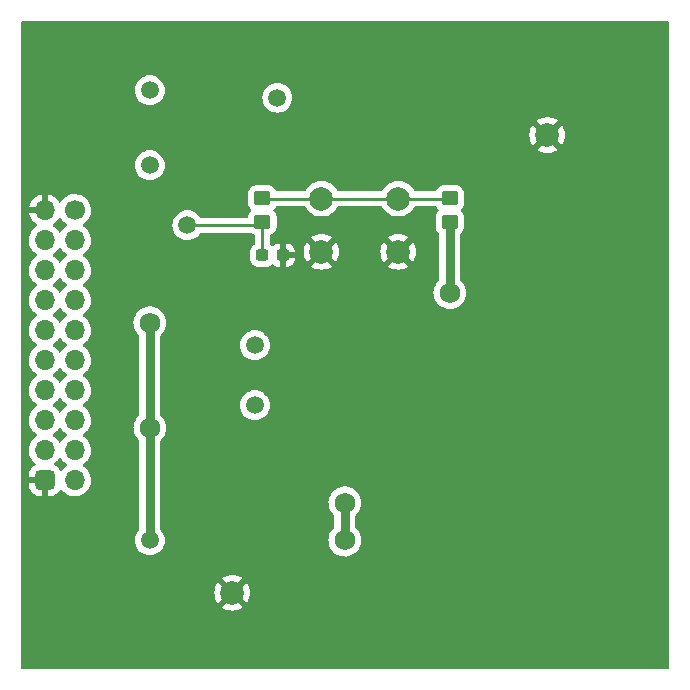
<source format=gbr>
%TF.GenerationSoftware,KiCad,Pcbnew,(6.0.7)*%
%TF.CreationDate,2022-10-05T11:52:24+02:00*%
%TF.ProjectId,STK3700_Expansion_board,53544b33-3730-4305-9f45-7870616e7369,rev?*%
%TF.SameCoordinates,Original*%
%TF.FileFunction,Copper,L2,Bot*%
%TF.FilePolarity,Positive*%
%FSLAX46Y46*%
G04 Gerber Fmt 4.6, Leading zero omitted, Abs format (unit mm)*
G04 Created by KiCad (PCBNEW (6.0.7)) date 2022-10-05 11:52:24*
%MOMM*%
%LPD*%
G01*
G04 APERTURE LIST*
G04 Aperture macros list*
%AMRoundRect*
0 Rectangle with rounded corners*
0 $1 Rounding radius*
0 $2 $3 $4 $5 $6 $7 $8 $9 X,Y pos of 4 corners*
0 Add a 4 corners polygon primitive as box body*
4,1,4,$2,$3,$4,$5,$6,$7,$8,$9,$2,$3,0*
0 Add four circle primitives for the rounded corners*
1,1,$1+$1,$2,$3*
1,1,$1+$1,$4,$5*
1,1,$1+$1,$6,$7*
1,1,$1+$1,$8,$9*
0 Add four rect primitives between the rounded corners*
20,1,$1+$1,$2,$3,$4,$5,0*
20,1,$1+$1,$4,$5,$6,$7,0*
20,1,$1+$1,$6,$7,$8,$9,0*
20,1,$1+$1,$8,$9,$2,$3,0*%
G04 Aperture macros list end*
%TA.AperFunction,ComponentPad*%
%ADD10C,1.500000*%
%TD*%
%TA.AperFunction,ComponentPad*%
%ADD11C,2.000000*%
%TD*%
%TA.AperFunction,SMDPad,CuDef*%
%ADD12RoundRect,0.250000X0.450000X-0.350000X0.450000X0.350000X-0.450000X0.350000X-0.450000X-0.350000X0*%
%TD*%
%TA.AperFunction,ComponentPad*%
%ADD13RoundRect,0.425000X-0.425000X-0.425000X0.425000X-0.425000X0.425000X0.425000X-0.425000X0.425000X0*%
%TD*%
%TA.AperFunction,ComponentPad*%
%ADD14O,1.700000X1.700000*%
%TD*%
%TA.AperFunction,ComponentPad*%
%ADD15C,1.700000*%
%TD*%
%TA.AperFunction,SMDPad,CuDef*%
%ADD16RoundRect,0.237500X-0.300000X-0.237500X0.300000X-0.237500X0.300000X0.237500X-0.300000X0.237500X0*%
%TD*%
%TA.AperFunction,ViaPad*%
%ADD17C,1.750000*%
%TD*%
%TA.AperFunction,Conductor*%
%ADD18C,0.250000*%
%TD*%
%TA.AperFunction,Conductor*%
%ADD19C,0.750000*%
%TD*%
G04 APERTURE END LIST*
D10*
%TO.P,TP1,1,1*%
%TO.N,+3V3*%
X69850000Y-55880000D03*
%TD*%
%TO.P,TP2,1,1*%
%TO.N,+5V*%
X69850000Y-49530000D03*
%TD*%
%TO.P,TP3,1,1*%
%TO.N,/USER_LED*%
X80645000Y-50165000D03*
%TD*%
%TO.P,TP4,1,1*%
%TO.N,/USER_BTN*%
X73025000Y-60960000D03*
%TD*%
%TO.P,TP6,1,1*%
%TO.N,/SCL*%
X78740000Y-71120000D03*
%TD*%
%TO.P,TP7,1,1*%
%TO.N,/SDA*%
X78740000Y-76200000D03*
%TD*%
%TO.P,TP8,1,1*%
%TO.N,VMCU*%
X69850000Y-87630000D03*
%TD*%
D11*
%TO.P,TP5,1,1*%
%TO.N,GND*%
X103505000Y-53340000D03*
%TD*%
%TO.P,TP9,1,1*%
%TO.N,GND*%
X76835000Y-92075000D03*
%TD*%
%TO.P,SW1,2,2*%
%TO.N,GND*%
X84380000Y-63210000D03*
X90880000Y-63210000D03*
%TO.P,SW1,1,1*%
%TO.N,Net-(R1-Pad2)*%
X84380000Y-58710000D03*
X90880000Y-58710000D03*
%TD*%
D12*
%TO.P,R8,2*%
%TO.N,Net-(R1-Pad2)*%
X79375000Y-58690000D03*
%TO.P,R8,1*%
%TO.N,/USER_BTN*%
X79375000Y-60690000D03*
%TD*%
%TO.P,R7,1*%
%TO.N,VMCU*%
X95250000Y-60690000D03*
%TO.P,R7,2*%
%TO.N,Net-(R1-Pad2)*%
X95250000Y-58690000D03*
%TD*%
D13*
%TO.P,J1,1,GND*%
%TO.N,GND*%
X60960000Y-82550000D03*
D14*
%TO.P,J1,2,VMCU*%
%TO.N,VMCU*%
X63500000Y-82550000D03*
%TO.P,J1,3,PC0*%
%TO.N,unconnected-(J1-Pad3)*%
X60960000Y-80010000D03*
%TO.P,J1,4,PD0*%
%TO.N,unconnected-(J1-Pad4)*%
X63500000Y-80010000D03*
%TO.P,J1,5,PC3*%
%TO.N,unconnected-(J1-Pad5)*%
X60960000Y-77470000D03*
%TO.P,J1,6,PD1*%
%TO.N,unconnected-(J1-Pad6)*%
X63500000Y-77470000D03*
%TO.P,J1,7,PC4*%
%TO.N,/SDA*%
X60960000Y-74930000D03*
%TO.P,J1,8,PD2*%
%TO.N,unconnected-(J1-Pad8)*%
X63500000Y-74930000D03*
%TO.P,J1,9,PC5*%
%TO.N,/SCL*%
X60960000Y-72390000D03*
%TO.P,J1,10,PD3*%
%TO.N,unconnected-(J1-Pad10)*%
X63500000Y-72390000D03*
%TO.P,J1,11,PB11*%
%TO.N,unconnected-(J1-Pad11)*%
X60960000Y-69850000D03*
%TO.P,J1,12,PD4*%
%TO.N,unconnected-(J1-Pad12)*%
X63500000Y-69850000D03*
%TO.P,J1,13,PB12*%
%TO.N,/USER_BTN*%
X60960000Y-67310000D03*
%TO.P,J1,14,PD5*%
%TO.N,unconnected-(J1-Pad14)*%
X63500000Y-67310000D03*
%TO.P,J1,15,PC6*%
%TO.N,unconnected-(J1-Pad15)*%
X60960000Y-64770000D03*
%TO.P,J1,16,PD6*%
%TO.N,unconnected-(J1-Pad16)*%
X63500000Y-64770000D03*
%TO.P,J1,17,PD7*%
%TO.N,/USER_LED*%
X60960000Y-62230000D03*
%TO.P,J1,18,5V*%
%TO.N,+5V*%
X63500000Y-62230000D03*
%TO.P,J1,19,GND*%
%TO.N,GND*%
X60960000Y-59690000D03*
D15*
%TO.P,J1,20,3V3*%
%TO.N,+3V3*%
X63500000Y-59690000D03*
%TD*%
D16*
%TO.P,C3,2*%
%TO.N,GND*%
X81100000Y-63500000D03*
%TO.P,C3,1*%
%TO.N,/USER_BTN*%
X79375000Y-63500000D03*
%TD*%
D17*
%TO.N,VMCU*%
X95250000Y-66675000D03*
X86360000Y-84455000D03*
X86360000Y-87630000D03*
X69850000Y-69215000D03*
X69850000Y-78105000D03*
%TD*%
D18*
%TO.N,Net-(R1-Pad2)*%
X90880000Y-58710000D02*
X84380000Y-58710000D01*
%TO.N,/USER_BTN*%
X79105000Y-60960000D02*
X73025000Y-60960000D01*
X79375000Y-60690000D02*
X79105000Y-60960000D01*
X79375000Y-60690000D02*
X79375000Y-63500000D01*
%TO.N,Net-(R1-Pad2)*%
X84380000Y-58710000D02*
X79395000Y-58710000D01*
X79395000Y-58710000D02*
X79375000Y-58690000D01*
X95230000Y-58710000D02*
X90880000Y-58710000D01*
X95250000Y-58690000D02*
X95230000Y-58710000D01*
D19*
%TO.N,VMCU*%
X95250000Y-66675000D02*
X95250000Y-60690000D01*
X86360000Y-87630000D02*
X86360000Y-84455000D01*
X69850000Y-78105000D02*
X69850000Y-69215000D01*
X69850000Y-87630000D02*
X69850000Y-78105000D01*
%TD*%
%TA.AperFunction,Conductor*%
%TO.N,GND*%
G36*
X113733621Y-43708502D02*
G01*
X113780114Y-43762158D01*
X113791500Y-43814500D01*
X113791500Y-98425500D01*
X113771498Y-98493621D01*
X113717842Y-98540114D01*
X113665500Y-98551500D01*
X59054500Y-98551500D01*
X58986379Y-98531498D01*
X58939886Y-98477842D01*
X58928500Y-98425500D01*
X58928500Y-93307670D01*
X75967160Y-93307670D01*
X75972887Y-93315320D01*
X76144042Y-93420205D01*
X76152837Y-93424687D01*
X76362988Y-93511734D01*
X76372373Y-93514783D01*
X76593554Y-93567885D01*
X76603301Y-93569428D01*
X76830070Y-93587275D01*
X76839930Y-93587275D01*
X77066699Y-93569428D01*
X77076446Y-93567885D01*
X77297627Y-93514783D01*
X77307012Y-93511734D01*
X77517163Y-93424687D01*
X77525958Y-93420205D01*
X77693445Y-93317568D01*
X77702907Y-93307110D01*
X77699124Y-93298334D01*
X76847812Y-92447022D01*
X76833868Y-92439408D01*
X76832035Y-92439539D01*
X76825420Y-92443790D01*
X75973920Y-93295290D01*
X75967160Y-93307670D01*
X58928500Y-93307670D01*
X58928500Y-92079930D01*
X75322725Y-92079930D01*
X75340572Y-92306699D01*
X75342115Y-92316446D01*
X75395217Y-92537627D01*
X75398266Y-92547012D01*
X75485313Y-92757163D01*
X75489795Y-92765958D01*
X75592432Y-92933445D01*
X75602890Y-92942907D01*
X75611666Y-92939124D01*
X76462978Y-92087812D01*
X76469356Y-92076132D01*
X77199408Y-92076132D01*
X77199539Y-92077965D01*
X77203790Y-92084580D01*
X78055290Y-92936080D01*
X78067670Y-92942840D01*
X78075320Y-92937113D01*
X78180205Y-92765958D01*
X78184687Y-92757163D01*
X78271734Y-92547012D01*
X78274783Y-92537627D01*
X78327885Y-92316446D01*
X78329428Y-92306699D01*
X78347275Y-92079930D01*
X78347275Y-92070070D01*
X78329428Y-91843301D01*
X78327885Y-91833554D01*
X78274783Y-91612373D01*
X78271734Y-91602988D01*
X78184687Y-91392837D01*
X78180205Y-91384042D01*
X78077568Y-91216555D01*
X78067110Y-91207093D01*
X78058334Y-91210876D01*
X77207022Y-92062188D01*
X77199408Y-92076132D01*
X76469356Y-92076132D01*
X76470592Y-92073868D01*
X76470461Y-92072035D01*
X76466210Y-92065420D01*
X75614710Y-91213920D01*
X75602330Y-91207160D01*
X75594680Y-91212887D01*
X75489795Y-91384042D01*
X75485313Y-91392837D01*
X75398266Y-91602988D01*
X75395217Y-91612373D01*
X75342115Y-91833554D01*
X75340572Y-91843301D01*
X75322725Y-92070070D01*
X75322725Y-92079930D01*
X58928500Y-92079930D01*
X58928500Y-90842890D01*
X75967093Y-90842890D01*
X75970876Y-90851666D01*
X76822188Y-91702978D01*
X76836132Y-91710592D01*
X76837965Y-91710461D01*
X76844580Y-91706210D01*
X77696080Y-90854710D01*
X77702840Y-90842330D01*
X77697113Y-90834680D01*
X77525958Y-90729795D01*
X77517163Y-90725313D01*
X77307012Y-90638266D01*
X77297627Y-90635217D01*
X77076446Y-90582115D01*
X77066699Y-90580572D01*
X76839930Y-90562725D01*
X76830070Y-90562725D01*
X76603301Y-90580572D01*
X76593554Y-90582115D01*
X76372373Y-90635217D01*
X76362988Y-90638266D01*
X76152837Y-90725313D01*
X76144042Y-90729795D01*
X75976555Y-90832432D01*
X75967093Y-90842890D01*
X58928500Y-90842890D01*
X58928500Y-83037825D01*
X59602001Y-83037825D01*
X59602195Y-83042756D01*
X59607958Y-83116003D01*
X59609905Y-83127332D01*
X59657464Y-83304825D01*
X59662168Y-83317079D01*
X59745214Y-83480066D01*
X59752364Y-83491077D01*
X59867485Y-83633238D01*
X59876762Y-83642515D01*
X60018923Y-83757636D01*
X60029934Y-83764786D01*
X60192921Y-83847832D01*
X60205175Y-83852536D01*
X60382666Y-83900095D01*
X60393999Y-83902042D01*
X60467246Y-83907807D01*
X60472172Y-83908000D01*
X60687885Y-83908000D01*
X60703124Y-83903525D01*
X60704329Y-83902135D01*
X60706000Y-83894452D01*
X60706000Y-82822115D01*
X60701525Y-82806876D01*
X60700135Y-82805671D01*
X60692452Y-82804000D01*
X59620116Y-82804000D01*
X59604877Y-82808475D01*
X59603672Y-82809865D01*
X59602001Y-82817548D01*
X59602001Y-83037825D01*
X58928500Y-83037825D01*
X58928500Y-79976695D01*
X59597251Y-79976695D01*
X59597548Y-79981848D01*
X59597548Y-79981851D01*
X59603011Y-80076590D01*
X59610110Y-80199715D01*
X59611247Y-80204761D01*
X59611248Y-80204767D01*
X59631119Y-80292939D01*
X59659222Y-80417639D01*
X59743266Y-80624616D01*
X59794019Y-80707438D01*
X59857291Y-80810688D01*
X59859987Y-80815088D01*
X60006250Y-80983938D01*
X60130151Y-81086802D01*
X60169786Y-81145704D01*
X60171284Y-81216685D01*
X60134170Y-81277208D01*
X60106869Y-81296013D01*
X60029934Y-81335214D01*
X60018923Y-81342364D01*
X59876762Y-81457485D01*
X59867485Y-81466762D01*
X59752364Y-81608923D01*
X59745214Y-81619934D01*
X59662168Y-81782921D01*
X59657464Y-81795175D01*
X59609905Y-81972666D01*
X59607958Y-81983999D01*
X59602193Y-82057246D01*
X59602000Y-82062173D01*
X59602000Y-82277885D01*
X59606475Y-82293124D01*
X59607865Y-82294329D01*
X59615548Y-82296000D01*
X61088000Y-82296000D01*
X61156121Y-82316002D01*
X61202614Y-82369658D01*
X61214000Y-82422000D01*
X61214000Y-83889884D01*
X61218475Y-83905123D01*
X61219865Y-83906328D01*
X61227548Y-83907999D01*
X61447825Y-83907999D01*
X61452756Y-83907805D01*
X61526003Y-83902042D01*
X61537332Y-83900095D01*
X61714825Y-83852536D01*
X61727079Y-83847832D01*
X61890066Y-83764786D01*
X61901077Y-83757636D01*
X62043238Y-83642515D01*
X62052515Y-83633238D01*
X62167636Y-83491077D01*
X62174788Y-83480063D01*
X62213320Y-83404439D01*
X62262067Y-83352823D01*
X62330982Y-83335757D01*
X62398184Y-83358657D01*
X62420824Y-83379143D01*
X62542865Y-83520031D01*
X62542869Y-83520035D01*
X62546250Y-83523938D01*
X62718126Y-83666632D01*
X62911000Y-83779338D01*
X63119692Y-83859030D01*
X63124760Y-83860061D01*
X63124763Y-83860062D01*
X63232017Y-83881883D01*
X63338597Y-83903567D01*
X63343772Y-83903757D01*
X63343774Y-83903757D01*
X63556673Y-83911564D01*
X63556677Y-83911564D01*
X63561837Y-83911753D01*
X63566957Y-83911097D01*
X63566959Y-83911097D01*
X63778288Y-83884025D01*
X63778289Y-83884025D01*
X63783416Y-83883368D01*
X63788366Y-83881883D01*
X63992429Y-83820661D01*
X63992434Y-83820659D01*
X63997384Y-83819174D01*
X64197994Y-83720896D01*
X64379860Y-83591173D01*
X64385433Y-83585620D01*
X64534435Y-83437137D01*
X64538096Y-83433489D01*
X64552266Y-83413770D01*
X64665435Y-83256277D01*
X64668453Y-83252077D01*
X64698513Y-83191256D01*
X64765136Y-83056453D01*
X64765137Y-83056451D01*
X64767430Y-83051811D01*
X64832370Y-82838069D01*
X64861529Y-82616590D01*
X64863156Y-82550000D01*
X64844852Y-82327361D01*
X64790431Y-82110702D01*
X64701354Y-81905840D01*
X64621834Y-81782921D01*
X64582822Y-81722617D01*
X64582820Y-81722614D01*
X64580014Y-81718277D01*
X64429670Y-81553051D01*
X64425619Y-81549852D01*
X64425615Y-81549848D01*
X64258414Y-81417800D01*
X64258410Y-81417798D01*
X64254359Y-81414598D01*
X64213053Y-81391796D01*
X64163084Y-81341364D01*
X64148312Y-81271921D01*
X64173428Y-81205516D01*
X64200780Y-81178909D01*
X64247332Y-81145704D01*
X64379860Y-81051173D01*
X64538096Y-80893489D01*
X64597594Y-80810689D01*
X64665435Y-80716277D01*
X64668453Y-80712077D01*
X64689320Y-80669857D01*
X64765136Y-80516453D01*
X64765137Y-80516451D01*
X64767430Y-80511811D01*
X64832370Y-80298069D01*
X64861529Y-80076590D01*
X64863156Y-80010000D01*
X64844852Y-79787361D01*
X64790431Y-79570702D01*
X64701354Y-79365840D01*
X64580014Y-79178277D01*
X64429670Y-79013051D01*
X64425619Y-79009852D01*
X64425615Y-79009848D01*
X64258414Y-78877800D01*
X64258410Y-78877798D01*
X64254359Y-78874598D01*
X64213053Y-78851796D01*
X64163084Y-78801364D01*
X64148312Y-78731921D01*
X64173428Y-78665516D01*
X64200780Y-78638909D01*
X64244603Y-78607650D01*
X64379860Y-78511173D01*
X64538096Y-78353489D01*
X64574191Y-78303258D01*
X64665435Y-78176277D01*
X64668453Y-78172077D01*
X64689320Y-78129857D01*
X64718368Y-78071082D01*
X68462172Y-78071082D01*
X68462469Y-78076234D01*
X68462469Y-78076238D01*
X68468279Y-78176994D01*
X68475268Y-78298206D01*
X68476405Y-78303252D01*
X68476406Y-78303258D01*
X68496686Y-78393244D01*
X68525283Y-78520141D01*
X68610875Y-78730927D01*
X68729744Y-78924904D01*
X68878698Y-79096861D01*
X68920986Y-79131969D01*
X68960620Y-79190873D01*
X68966500Y-79228913D01*
X68966500Y-86681523D01*
X68946498Y-86749644D01*
X68929595Y-86770618D01*
X68882251Y-86817962D01*
X68879094Y-86822470D01*
X68879092Y-86822473D01*
X68759101Y-86993838D01*
X68755944Y-86998347D01*
X68753621Y-87003329D01*
X68753618Y-87003334D01*
X68706415Y-87104562D01*
X68662880Y-87197924D01*
X68605885Y-87410629D01*
X68586693Y-87630000D01*
X68605885Y-87849371D01*
X68662880Y-88062076D01*
X68665205Y-88067061D01*
X68753618Y-88256666D01*
X68753621Y-88256671D01*
X68755944Y-88261653D01*
X68759100Y-88266160D01*
X68759101Y-88266162D01*
X68817244Y-88349198D01*
X68882251Y-88442038D01*
X69037962Y-88597749D01*
X69218346Y-88724056D01*
X69417924Y-88817120D01*
X69630629Y-88874115D01*
X69850000Y-88893307D01*
X70069371Y-88874115D01*
X70282076Y-88817120D01*
X70481654Y-88724056D01*
X70662038Y-88597749D01*
X70817749Y-88442038D01*
X70882757Y-88349198D01*
X70940899Y-88266162D01*
X70940900Y-88266160D01*
X70944056Y-88261653D01*
X70946379Y-88256671D01*
X70946382Y-88256666D01*
X71034795Y-88067061D01*
X71037120Y-88062076D01*
X71094115Y-87849371D01*
X71113307Y-87630000D01*
X71110340Y-87596082D01*
X84972172Y-87596082D01*
X84972469Y-87601234D01*
X84972469Y-87601238D01*
X84974443Y-87635475D01*
X84985268Y-87823206D01*
X84986405Y-87828252D01*
X84986406Y-87828258D01*
X84992361Y-87854681D01*
X85035283Y-88045141D01*
X85120875Y-88255927D01*
X85239744Y-88449904D01*
X85388698Y-88621861D01*
X85563737Y-88767181D01*
X85568189Y-88769783D01*
X85568194Y-88769786D01*
X85747551Y-88874594D01*
X85760160Y-88881962D01*
X85972693Y-88963120D01*
X85977759Y-88964151D01*
X85977760Y-88964151D01*
X86076861Y-88984313D01*
X86195627Y-89008476D01*
X86323437Y-89013163D01*
X86417811Y-89016624D01*
X86417815Y-89016624D01*
X86422975Y-89016813D01*
X86428095Y-89016157D01*
X86428097Y-89016157D01*
X86643504Y-88988563D01*
X86643505Y-88988563D01*
X86648632Y-88987906D01*
X86731248Y-88963120D01*
X86861591Y-88924015D01*
X86861592Y-88924014D01*
X86866537Y-88922531D01*
X87070839Y-88822444D01*
X87075043Y-88819446D01*
X87075047Y-88819443D01*
X87251847Y-88693333D01*
X87251849Y-88693331D01*
X87256051Y-88690334D01*
X87417199Y-88529747D01*
X87471764Y-88453812D01*
X87546938Y-88349198D01*
X87546942Y-88349192D01*
X87549956Y-88344997D01*
X87650755Y-88141046D01*
X87716890Y-87923370D01*
X87730077Y-87823206D01*
X87746148Y-87701136D01*
X87746148Y-87701132D01*
X87746585Y-87697815D01*
X87748242Y-87630000D01*
X87729601Y-87403264D01*
X87674178Y-87182617D01*
X87620844Y-87059957D01*
X87585522Y-86978722D01*
X87585520Y-86978719D01*
X87583462Y-86973985D01*
X87459890Y-86782971D01*
X87306779Y-86614704D01*
X87291409Y-86602566D01*
X87250346Y-86544651D01*
X87243500Y-86503684D01*
X87243500Y-85580161D01*
X87263502Y-85512040D01*
X87280560Y-85490910D01*
X87289533Y-85481969D01*
X87417199Y-85354747D01*
X87471764Y-85278812D01*
X87546938Y-85174198D01*
X87546942Y-85174192D01*
X87549956Y-85169997D01*
X87650755Y-84966046D01*
X87716890Y-84748370D01*
X87730077Y-84648206D01*
X87746148Y-84526136D01*
X87746148Y-84526132D01*
X87746585Y-84522815D01*
X87748242Y-84455000D01*
X87729601Y-84228264D01*
X87674178Y-84007617D01*
X87592887Y-83820661D01*
X87585522Y-83803722D01*
X87585520Y-83803719D01*
X87583462Y-83798985D01*
X87495701Y-83663327D01*
X87462698Y-83612311D01*
X87462696Y-83612308D01*
X87459890Y-83607971D01*
X87306779Y-83439704D01*
X87128241Y-83298704D01*
X87090537Y-83277890D01*
X87043776Y-83252077D01*
X86929072Y-83188757D01*
X86924203Y-83187033D01*
X86924199Y-83187031D01*
X86719496Y-83114541D01*
X86719492Y-83114540D01*
X86714621Y-83112815D01*
X86709528Y-83111908D01*
X86709525Y-83111907D01*
X86495734Y-83073825D01*
X86495728Y-83073824D01*
X86490645Y-83072919D01*
X86417196Y-83072022D01*
X86268331Y-83070203D01*
X86268329Y-83070203D01*
X86263161Y-83070140D01*
X86038278Y-83104552D01*
X85822035Y-83175231D01*
X85817447Y-83177619D01*
X85817443Y-83177621D01*
X85624828Y-83277890D01*
X85620239Y-83280279D01*
X85616106Y-83283382D01*
X85616103Y-83283384D01*
X85515849Y-83358657D01*
X85438310Y-83416875D01*
X85281133Y-83581351D01*
X85152931Y-83769289D01*
X85150758Y-83773971D01*
X85150756Y-83773974D01*
X85086802Y-83911753D01*
X85057145Y-83975643D01*
X84996348Y-84194869D01*
X84972172Y-84421082D01*
X84972469Y-84426234D01*
X84972469Y-84426238D01*
X84977845Y-84519463D01*
X84985268Y-84648206D01*
X84986405Y-84653252D01*
X84986406Y-84653258D01*
X85006686Y-84743244D01*
X85035283Y-84870141D01*
X85120875Y-85080927D01*
X85239744Y-85274904D01*
X85388698Y-85446861D01*
X85430986Y-85481969D01*
X85470620Y-85540873D01*
X85476500Y-85578913D01*
X85476500Y-86501908D01*
X85456498Y-86570029D01*
X85438029Y-86591606D01*
X85438310Y-86591875D01*
X85281133Y-86756351D01*
X85152931Y-86944289D01*
X85150758Y-86948971D01*
X85150756Y-86948974D01*
X85136948Y-86978722D01*
X85057145Y-87150643D01*
X84996348Y-87369869D01*
X84995799Y-87375006D01*
X84991407Y-87416106D01*
X84972172Y-87596082D01*
X71110340Y-87596082D01*
X71094115Y-87410629D01*
X71037120Y-87197924D01*
X70993585Y-87104562D01*
X70946382Y-87003334D01*
X70946379Y-87003329D01*
X70944056Y-86998347D01*
X70940899Y-86993838D01*
X70820908Y-86822473D01*
X70820906Y-86822470D01*
X70817749Y-86817962D01*
X70770405Y-86770618D01*
X70736379Y-86708306D01*
X70733500Y-86681523D01*
X70733500Y-79230161D01*
X70753502Y-79162040D01*
X70770560Y-79140910D01*
X70779533Y-79131969D01*
X70907199Y-79004747D01*
X70961764Y-78928812D01*
X71036938Y-78824198D01*
X71036942Y-78824192D01*
X71039956Y-78819997D01*
X71093827Y-78710998D01*
X71138461Y-78620688D01*
X71138462Y-78620686D01*
X71140755Y-78616046D01*
X71206890Y-78398370D01*
X71207565Y-78393244D01*
X71236148Y-78176136D01*
X71236148Y-78176132D01*
X71236585Y-78172815D01*
X71238242Y-78105000D01*
X71219601Y-77878264D01*
X71164178Y-77657617D01*
X71081141Y-77466646D01*
X71075522Y-77453722D01*
X71075520Y-77453719D01*
X71073462Y-77448985D01*
X70993859Y-77325936D01*
X70952698Y-77262311D01*
X70952696Y-77262308D01*
X70949890Y-77257971D01*
X70870669Y-77170908D01*
X70800257Y-77093526D01*
X70800255Y-77093524D01*
X70796779Y-77089704D01*
X70781409Y-77077566D01*
X70740346Y-77019651D01*
X70733500Y-76978684D01*
X70733500Y-76200000D01*
X77476693Y-76200000D01*
X77495885Y-76419371D01*
X77552880Y-76632076D01*
X77596415Y-76725438D01*
X77643618Y-76826666D01*
X77643621Y-76826671D01*
X77645944Y-76831653D01*
X77649100Y-76836160D01*
X77649101Y-76836162D01*
X77766831Y-77004297D01*
X77772251Y-77012038D01*
X77927962Y-77167749D01*
X78108346Y-77294056D01*
X78307924Y-77387120D01*
X78520629Y-77444115D01*
X78740000Y-77463307D01*
X78959371Y-77444115D01*
X79172076Y-77387120D01*
X79371654Y-77294056D01*
X79552038Y-77167749D01*
X79707749Y-77012038D01*
X79713170Y-77004297D01*
X79830899Y-76836162D01*
X79830900Y-76836160D01*
X79834056Y-76831653D01*
X79836379Y-76826671D01*
X79836382Y-76826666D01*
X79883585Y-76725438D01*
X79927120Y-76632076D01*
X79984115Y-76419371D01*
X80003307Y-76200000D01*
X79984115Y-75980629D01*
X79927120Y-75767924D01*
X79851215Y-75605144D01*
X79836382Y-75573334D01*
X79836379Y-75573329D01*
X79834056Y-75568347D01*
X79820523Y-75549020D01*
X79710908Y-75392473D01*
X79710906Y-75392470D01*
X79707749Y-75387962D01*
X79552038Y-75232251D01*
X79538860Y-75223023D01*
X79472759Y-75176739D01*
X79371654Y-75105944D01*
X79172076Y-75012880D01*
X78959371Y-74955885D01*
X78740000Y-74936693D01*
X78520629Y-74955885D01*
X78307924Y-75012880D01*
X78214562Y-75056415D01*
X78113334Y-75103618D01*
X78113329Y-75103621D01*
X78108347Y-75105944D01*
X78103840Y-75109100D01*
X78103838Y-75109101D01*
X77932473Y-75229092D01*
X77932470Y-75229094D01*
X77927962Y-75232251D01*
X77772251Y-75387962D01*
X77769094Y-75392470D01*
X77769092Y-75392473D01*
X77659477Y-75549020D01*
X77645944Y-75568347D01*
X77643621Y-75573329D01*
X77643618Y-75573334D01*
X77628785Y-75605144D01*
X77552880Y-75767924D01*
X77495885Y-75980629D01*
X77476693Y-76200000D01*
X70733500Y-76200000D01*
X70733500Y-71120000D01*
X77476693Y-71120000D01*
X77495885Y-71339371D01*
X77552880Y-71552076D01*
X77596415Y-71645438D01*
X77643618Y-71746666D01*
X77643621Y-71746671D01*
X77645944Y-71751653D01*
X77649100Y-71756160D01*
X77649101Y-71756162D01*
X77766831Y-71924297D01*
X77772251Y-71932038D01*
X77927962Y-72087749D01*
X78108346Y-72214056D01*
X78307924Y-72307120D01*
X78520629Y-72364115D01*
X78740000Y-72383307D01*
X78959371Y-72364115D01*
X79172076Y-72307120D01*
X79371654Y-72214056D01*
X79552038Y-72087749D01*
X79707749Y-71932038D01*
X79713170Y-71924297D01*
X79830899Y-71756162D01*
X79830900Y-71756160D01*
X79834056Y-71751653D01*
X79836379Y-71746671D01*
X79836382Y-71746666D01*
X79883585Y-71645438D01*
X79927120Y-71552076D01*
X79984115Y-71339371D01*
X80003307Y-71120000D01*
X79984115Y-70900629D01*
X79927120Y-70687924D01*
X79851215Y-70525144D01*
X79836382Y-70493334D01*
X79836379Y-70493329D01*
X79834056Y-70488347D01*
X79820523Y-70469020D01*
X79710908Y-70312473D01*
X79710906Y-70312470D01*
X79707749Y-70307962D01*
X79552038Y-70152251D01*
X79538860Y-70143023D01*
X79472759Y-70096739D01*
X79371654Y-70025944D01*
X79172076Y-69932880D01*
X78959371Y-69875885D01*
X78740000Y-69856693D01*
X78520629Y-69875885D01*
X78307924Y-69932880D01*
X78214562Y-69976415D01*
X78113334Y-70023618D01*
X78113329Y-70023621D01*
X78108347Y-70025944D01*
X78103840Y-70029100D01*
X78103838Y-70029101D01*
X77932473Y-70149092D01*
X77932470Y-70149094D01*
X77927962Y-70152251D01*
X77772251Y-70307962D01*
X77769094Y-70312470D01*
X77769092Y-70312473D01*
X77659477Y-70469020D01*
X77645944Y-70488347D01*
X77643621Y-70493329D01*
X77643618Y-70493334D01*
X77628785Y-70525144D01*
X77552880Y-70687924D01*
X77495885Y-70900629D01*
X77476693Y-71120000D01*
X70733500Y-71120000D01*
X70733500Y-70340161D01*
X70753502Y-70272040D01*
X70770560Y-70250910D01*
X70779533Y-70241969D01*
X70907199Y-70114747D01*
X70957485Y-70044767D01*
X71036938Y-69934198D01*
X71036942Y-69934192D01*
X71039956Y-69929997D01*
X71140755Y-69726046D01*
X71206890Y-69508370D01*
X71220077Y-69408206D01*
X71236148Y-69286136D01*
X71236148Y-69286132D01*
X71236585Y-69282815D01*
X71238242Y-69215000D01*
X71219601Y-68988264D01*
X71164178Y-68767617D01*
X71110844Y-68644957D01*
X71075522Y-68563722D01*
X71075520Y-68563719D01*
X71073462Y-68558985D01*
X70949890Y-68367971D01*
X70796779Y-68199704D01*
X70618241Y-68058704D01*
X70608771Y-68053476D01*
X70533776Y-68012077D01*
X70419072Y-67948757D01*
X70414203Y-67947033D01*
X70414199Y-67947031D01*
X70209496Y-67874541D01*
X70209492Y-67874540D01*
X70204621Y-67872815D01*
X70199528Y-67871908D01*
X70199525Y-67871907D01*
X69985734Y-67833825D01*
X69985728Y-67833824D01*
X69980645Y-67832919D01*
X69907196Y-67832022D01*
X69758331Y-67830203D01*
X69758329Y-67830203D01*
X69753161Y-67830140D01*
X69528278Y-67864552D01*
X69312035Y-67935231D01*
X69307447Y-67937619D01*
X69307443Y-67937621D01*
X69154969Y-68016994D01*
X69110239Y-68040279D01*
X69106106Y-68043382D01*
X69106103Y-68043384D01*
X68932445Y-68173770D01*
X68928310Y-68176875D01*
X68771133Y-68341351D01*
X68642931Y-68529289D01*
X68640758Y-68533971D01*
X68640756Y-68533974D01*
X68556914Y-68714598D01*
X68547145Y-68735643D01*
X68486348Y-68954869D01*
X68485799Y-68960006D01*
X68463100Y-69172401D01*
X68462172Y-69181082D01*
X68462469Y-69186234D01*
X68462469Y-69186238D01*
X68473311Y-69374272D01*
X68475268Y-69408206D01*
X68476405Y-69413252D01*
X68476406Y-69413258D01*
X68476961Y-69415720D01*
X68525283Y-69630141D01*
X68610875Y-69840927D01*
X68729744Y-70034904D01*
X68733128Y-70038810D01*
X68733129Y-70038812D01*
X68767675Y-70078693D01*
X68878698Y-70206861D01*
X68920986Y-70241969D01*
X68960620Y-70300873D01*
X68966500Y-70338913D01*
X68966500Y-76976908D01*
X68946498Y-77045029D01*
X68928029Y-77066606D01*
X68928310Y-77066875D01*
X68831913Y-77167749D01*
X68771133Y-77231351D01*
X68642931Y-77419289D01*
X68640758Y-77423971D01*
X68640756Y-77423974D01*
X68586942Y-77539908D01*
X68547145Y-77625643D01*
X68486348Y-77844869D01*
X68485799Y-77850006D01*
X68474292Y-77957680D01*
X68462172Y-78071082D01*
X64718368Y-78071082D01*
X64765136Y-77976453D01*
X64765137Y-77976451D01*
X64767430Y-77971811D01*
X64832370Y-77758069D01*
X64861529Y-77536590D01*
X64863156Y-77470000D01*
X64844852Y-77247361D01*
X64790431Y-77030702D01*
X64701354Y-76825840D01*
X64580014Y-76638277D01*
X64429670Y-76473051D01*
X64425619Y-76469852D01*
X64425615Y-76469848D01*
X64258414Y-76337800D01*
X64258410Y-76337798D01*
X64254359Y-76334598D01*
X64213053Y-76311796D01*
X64163084Y-76261364D01*
X64148312Y-76191921D01*
X64173428Y-76125516D01*
X64200780Y-76098909D01*
X64244603Y-76067650D01*
X64379860Y-75971173D01*
X64538096Y-75813489D01*
X64597594Y-75730689D01*
X64665435Y-75636277D01*
X64668453Y-75632077D01*
X64689320Y-75589857D01*
X64765136Y-75436453D01*
X64765137Y-75436451D01*
X64767430Y-75431811D01*
X64832370Y-75218069D01*
X64861529Y-74996590D01*
X64862981Y-74937172D01*
X64863074Y-74933365D01*
X64863074Y-74933361D01*
X64863156Y-74930000D01*
X64844852Y-74707361D01*
X64790431Y-74490702D01*
X64701354Y-74285840D01*
X64580014Y-74098277D01*
X64429670Y-73933051D01*
X64425619Y-73929852D01*
X64425615Y-73929848D01*
X64258414Y-73797800D01*
X64258410Y-73797798D01*
X64254359Y-73794598D01*
X64213053Y-73771796D01*
X64163084Y-73721364D01*
X64148312Y-73651921D01*
X64173428Y-73585516D01*
X64200780Y-73558909D01*
X64244603Y-73527650D01*
X64379860Y-73431173D01*
X64538096Y-73273489D01*
X64597594Y-73190689D01*
X64665435Y-73096277D01*
X64668453Y-73092077D01*
X64689320Y-73049857D01*
X64765136Y-72896453D01*
X64765137Y-72896451D01*
X64767430Y-72891811D01*
X64832370Y-72678069D01*
X64861529Y-72456590D01*
X64863156Y-72390000D01*
X64844852Y-72167361D01*
X64790431Y-71950702D01*
X64701354Y-71745840D01*
X64580014Y-71558277D01*
X64429670Y-71393051D01*
X64425619Y-71389852D01*
X64425615Y-71389848D01*
X64258414Y-71257800D01*
X64258410Y-71257798D01*
X64254359Y-71254598D01*
X64213053Y-71231796D01*
X64163084Y-71181364D01*
X64148312Y-71111921D01*
X64173428Y-71045516D01*
X64200780Y-71018909D01*
X64244603Y-70987650D01*
X64379860Y-70891173D01*
X64538096Y-70733489D01*
X64597594Y-70650689D01*
X64665435Y-70556277D01*
X64668453Y-70552077D01*
X64689320Y-70509857D01*
X64765136Y-70356453D01*
X64765137Y-70356451D01*
X64767430Y-70351811D01*
X64832370Y-70138069D01*
X64861529Y-69916590D01*
X64862981Y-69857172D01*
X64863074Y-69853365D01*
X64863074Y-69853361D01*
X64863156Y-69850000D01*
X64844852Y-69627361D01*
X64790431Y-69410702D01*
X64701354Y-69205840D01*
X64580014Y-69018277D01*
X64429670Y-68853051D01*
X64425619Y-68849852D01*
X64425615Y-68849848D01*
X64258414Y-68717800D01*
X64258410Y-68717798D01*
X64254359Y-68714598D01*
X64213053Y-68691796D01*
X64163084Y-68641364D01*
X64148312Y-68571921D01*
X64173428Y-68505516D01*
X64200780Y-68478909D01*
X64244603Y-68447650D01*
X64379860Y-68351173D01*
X64385433Y-68345620D01*
X64534435Y-68197137D01*
X64538096Y-68193489D01*
X64552266Y-68173770D01*
X64665435Y-68016277D01*
X64668453Y-68012077D01*
X64689320Y-67969857D01*
X64765136Y-67816453D01*
X64765137Y-67816451D01*
X64767430Y-67811811D01*
X64832370Y-67598069D01*
X64861529Y-67376590D01*
X64863156Y-67310000D01*
X64844852Y-67087361D01*
X64790431Y-66870702D01*
X64701354Y-66665840D01*
X64580014Y-66478277D01*
X64429670Y-66313051D01*
X64425619Y-66309852D01*
X64425615Y-66309848D01*
X64258414Y-66177800D01*
X64258410Y-66177798D01*
X64254359Y-66174598D01*
X64213053Y-66151796D01*
X64163084Y-66101364D01*
X64148312Y-66031921D01*
X64173428Y-65965516D01*
X64200780Y-65938909D01*
X64244603Y-65907650D01*
X64379860Y-65811173D01*
X64385433Y-65805620D01*
X64534435Y-65657137D01*
X64538096Y-65653489D01*
X64542352Y-65647567D01*
X64665435Y-65476277D01*
X64668453Y-65472077D01*
X64689320Y-65429857D01*
X64765136Y-65276453D01*
X64765137Y-65276451D01*
X64767430Y-65271811D01*
X64832370Y-65058069D01*
X64861529Y-64836590D01*
X64863156Y-64770000D01*
X64844852Y-64547361D01*
X64790431Y-64330702D01*
X64701354Y-64125840D01*
X64580014Y-63938277D01*
X64429670Y-63773051D01*
X64425619Y-63769852D01*
X64425615Y-63769848D01*
X64258414Y-63637800D01*
X64258410Y-63637798D01*
X64254359Y-63634598D01*
X64213053Y-63611796D01*
X64163084Y-63561364D01*
X64148312Y-63491921D01*
X64173428Y-63425516D01*
X64200780Y-63398909D01*
X64244603Y-63367650D01*
X64379860Y-63271173D01*
X64538096Y-63113489D01*
X64541389Y-63108907D01*
X64665435Y-62936277D01*
X64668453Y-62932077D01*
X64689320Y-62889857D01*
X64765136Y-62736453D01*
X64765137Y-62736451D01*
X64767430Y-62731811D01*
X64832370Y-62518069D01*
X64861529Y-62296590D01*
X64863156Y-62230000D01*
X64844852Y-62007361D01*
X64790431Y-61790702D01*
X64701354Y-61585840D01*
X64580014Y-61398277D01*
X64429670Y-61233051D01*
X64425619Y-61229852D01*
X64425615Y-61229848D01*
X64258414Y-61097800D01*
X64258410Y-61097798D01*
X64254359Y-61094598D01*
X64213053Y-61071796D01*
X64163084Y-61021364D01*
X64150031Y-60960000D01*
X71761693Y-60960000D01*
X71780885Y-61179371D01*
X71837880Y-61392076D01*
X71881415Y-61485438D01*
X71928618Y-61586666D01*
X71928621Y-61586671D01*
X71930944Y-61591653D01*
X71934100Y-61596160D01*
X71934101Y-61596162D01*
X72051831Y-61764297D01*
X72057251Y-61772038D01*
X72212962Y-61927749D01*
X72393346Y-62054056D01*
X72592924Y-62147120D01*
X72805629Y-62204115D01*
X73025000Y-62223307D01*
X73244371Y-62204115D01*
X73457076Y-62147120D01*
X73656654Y-62054056D01*
X73837038Y-61927749D01*
X73992749Y-61772038D01*
X73998170Y-61764297D01*
X74080141Y-61647229D01*
X74135598Y-61602901D01*
X74183354Y-61593500D01*
X78353685Y-61593500D01*
X78421806Y-61613502D01*
X78442701Y-61630325D01*
X78446155Y-61633772D01*
X78451697Y-61639305D01*
X78457927Y-61643145D01*
X78457928Y-61643146D01*
X78577928Y-61717115D01*
X78602262Y-61732115D01*
X78655168Y-61749663D01*
X78713527Y-61790094D01*
X78740764Y-61855658D01*
X78741500Y-61869256D01*
X78741500Y-62521360D01*
X78721498Y-62589481D01*
X78681804Y-62628503D01*
X78608469Y-62673884D01*
X78603296Y-62679066D01*
X78490742Y-62791816D01*
X78490738Y-62791821D01*
X78485571Y-62796997D01*
X78481731Y-62803227D01*
X78481730Y-62803228D01*
X78405166Y-62927438D01*
X78394291Y-62945080D01*
X78339526Y-63110191D01*
X78329000Y-63212928D01*
X78329000Y-63787072D01*
X78329337Y-63790318D01*
X78329337Y-63790322D01*
X78338940Y-63882868D01*
X78339793Y-63891093D01*
X78394846Y-64056107D01*
X78486384Y-64204031D01*
X78491566Y-64209204D01*
X78604316Y-64321758D01*
X78604321Y-64321762D01*
X78609497Y-64326929D01*
X78615727Y-64330769D01*
X78615728Y-64330770D01*
X78623759Y-64335720D01*
X78757580Y-64418209D01*
X78922691Y-64472974D01*
X78929527Y-64473674D01*
X78929530Y-64473675D01*
X78976870Y-64478525D01*
X79025428Y-64483500D01*
X79724572Y-64483500D01*
X79727818Y-64483163D01*
X79727822Y-64483163D01*
X79821735Y-64473419D01*
X79821739Y-64473418D01*
X79828593Y-64472707D01*
X79835129Y-64470526D01*
X79835131Y-64470526D01*
X79967895Y-64426232D01*
X79993607Y-64417654D01*
X80141531Y-64326116D01*
X80148774Y-64318861D01*
X80150538Y-64317895D01*
X80152441Y-64316387D01*
X80152699Y-64316713D01*
X80211054Y-64284781D01*
X80281875Y-64289782D01*
X80326970Y-64318708D01*
X80329631Y-64321364D01*
X80341040Y-64330375D01*
X80476563Y-64413912D01*
X80489741Y-64420056D01*
X80641266Y-64470315D01*
X80654632Y-64473181D01*
X80747270Y-64482672D01*
X80753685Y-64483000D01*
X80827885Y-64483000D01*
X80843124Y-64478525D01*
X80844329Y-64477135D01*
X80846000Y-64469452D01*
X80846000Y-64464885D01*
X81354000Y-64464885D01*
X81358475Y-64480124D01*
X81359865Y-64481329D01*
X81367548Y-64483000D01*
X81446266Y-64483000D01*
X81452782Y-64482663D01*
X81546632Y-64472925D01*
X81560028Y-64470032D01*
X81642041Y-64442670D01*
X83512160Y-64442670D01*
X83517887Y-64450320D01*
X83689042Y-64555205D01*
X83697837Y-64559687D01*
X83907988Y-64646734D01*
X83917373Y-64649783D01*
X84138554Y-64702885D01*
X84148301Y-64704428D01*
X84375070Y-64722275D01*
X84384930Y-64722275D01*
X84611699Y-64704428D01*
X84621446Y-64702885D01*
X84842627Y-64649783D01*
X84852012Y-64646734D01*
X85062163Y-64559687D01*
X85070958Y-64555205D01*
X85238445Y-64452568D01*
X85247400Y-64442670D01*
X90012160Y-64442670D01*
X90017887Y-64450320D01*
X90189042Y-64555205D01*
X90197837Y-64559687D01*
X90407988Y-64646734D01*
X90417373Y-64649783D01*
X90638554Y-64702885D01*
X90648301Y-64704428D01*
X90875070Y-64722275D01*
X90884930Y-64722275D01*
X91111699Y-64704428D01*
X91121446Y-64702885D01*
X91342627Y-64649783D01*
X91352012Y-64646734D01*
X91562163Y-64559687D01*
X91570958Y-64555205D01*
X91738445Y-64452568D01*
X91747907Y-64442110D01*
X91744124Y-64433334D01*
X90892812Y-63582022D01*
X90878868Y-63574408D01*
X90877035Y-63574539D01*
X90870420Y-63578790D01*
X90018920Y-64430290D01*
X90012160Y-64442670D01*
X85247400Y-64442670D01*
X85247907Y-64442110D01*
X85244124Y-64433334D01*
X84392812Y-63582022D01*
X84378868Y-63574408D01*
X84377035Y-63574539D01*
X84370420Y-63578790D01*
X83518920Y-64430290D01*
X83512160Y-64442670D01*
X81642041Y-64442670D01*
X81711453Y-64419512D01*
X81724615Y-64413347D01*
X81859992Y-64329574D01*
X81871390Y-64320540D01*
X81983863Y-64207871D01*
X81992875Y-64196460D01*
X82076412Y-64060937D01*
X82082556Y-64047759D01*
X82132815Y-63896234D01*
X82135681Y-63882868D01*
X82145172Y-63790230D01*
X82145500Y-63783815D01*
X82145500Y-63772115D01*
X82141025Y-63756876D01*
X82139635Y-63755671D01*
X82131952Y-63754000D01*
X81372115Y-63754000D01*
X81356876Y-63758475D01*
X81355671Y-63759865D01*
X81354000Y-63767548D01*
X81354000Y-64464885D01*
X80846000Y-64464885D01*
X80846000Y-63227885D01*
X81354000Y-63227885D01*
X81358475Y-63243124D01*
X81359865Y-63244329D01*
X81367548Y-63246000D01*
X82127385Y-63246000D01*
X82142624Y-63241525D01*
X82143829Y-63240135D01*
X82145500Y-63232452D01*
X82145500Y-63216234D01*
X82145433Y-63214930D01*
X82867725Y-63214930D01*
X82885572Y-63441699D01*
X82887115Y-63451446D01*
X82940217Y-63672627D01*
X82943266Y-63682012D01*
X83030313Y-63892163D01*
X83034795Y-63900958D01*
X83137432Y-64068445D01*
X83147890Y-64077907D01*
X83156666Y-64074124D01*
X84007978Y-63222812D01*
X84014356Y-63211132D01*
X84744408Y-63211132D01*
X84744539Y-63212965D01*
X84748790Y-63219580D01*
X85600290Y-64071080D01*
X85612670Y-64077840D01*
X85620320Y-64072113D01*
X85725205Y-63900958D01*
X85729687Y-63892163D01*
X85816734Y-63682012D01*
X85819783Y-63672627D01*
X85872885Y-63451446D01*
X85874428Y-63441699D01*
X85892275Y-63214930D01*
X89367725Y-63214930D01*
X89385572Y-63441699D01*
X89387115Y-63451446D01*
X89440217Y-63672627D01*
X89443266Y-63682012D01*
X89530313Y-63892163D01*
X89534795Y-63900958D01*
X89637432Y-64068445D01*
X89647890Y-64077907D01*
X89656666Y-64074124D01*
X90507978Y-63222812D01*
X90514356Y-63211132D01*
X91244408Y-63211132D01*
X91244539Y-63212965D01*
X91248790Y-63219580D01*
X92100290Y-64071080D01*
X92112670Y-64077840D01*
X92120320Y-64072113D01*
X92225205Y-63900958D01*
X92229687Y-63892163D01*
X92316734Y-63682012D01*
X92319783Y-63672627D01*
X92372885Y-63451446D01*
X92374428Y-63441699D01*
X92392275Y-63214930D01*
X92392275Y-63205070D01*
X92374428Y-62978301D01*
X92372885Y-62968554D01*
X92319783Y-62747373D01*
X92316734Y-62737988D01*
X92229687Y-62527837D01*
X92225205Y-62519042D01*
X92122568Y-62351555D01*
X92112110Y-62342093D01*
X92103334Y-62345876D01*
X91252022Y-63197188D01*
X91244408Y-63211132D01*
X90514356Y-63211132D01*
X90515592Y-63208868D01*
X90515461Y-63207035D01*
X90511210Y-63200420D01*
X89659710Y-62348920D01*
X89647330Y-62342160D01*
X89639680Y-62347887D01*
X89534795Y-62519042D01*
X89530313Y-62527837D01*
X89443266Y-62737988D01*
X89440217Y-62747373D01*
X89387115Y-62968554D01*
X89385572Y-62978301D01*
X89367725Y-63205070D01*
X89367725Y-63214930D01*
X85892275Y-63214930D01*
X85892275Y-63205070D01*
X85874428Y-62978301D01*
X85872885Y-62968554D01*
X85819783Y-62747373D01*
X85816734Y-62737988D01*
X85729687Y-62527837D01*
X85725205Y-62519042D01*
X85622568Y-62351555D01*
X85612110Y-62342093D01*
X85603334Y-62345876D01*
X84752022Y-63197188D01*
X84744408Y-63211132D01*
X84014356Y-63211132D01*
X84015592Y-63208868D01*
X84015461Y-63207035D01*
X84011210Y-63200420D01*
X83159710Y-62348920D01*
X83147330Y-62342160D01*
X83139680Y-62347887D01*
X83034795Y-62519042D01*
X83030313Y-62527837D01*
X82943266Y-62737988D01*
X82940217Y-62747373D01*
X82887115Y-62968554D01*
X82885572Y-62978301D01*
X82867725Y-63205070D01*
X82867725Y-63214930D01*
X82145433Y-63214930D01*
X82145163Y-63209718D01*
X82135425Y-63115868D01*
X82132532Y-63102472D01*
X82082012Y-62951047D01*
X82075847Y-62937885D01*
X81992074Y-62802508D01*
X81983040Y-62791110D01*
X81870371Y-62678637D01*
X81858960Y-62669625D01*
X81723437Y-62586088D01*
X81710259Y-62579944D01*
X81558734Y-62529685D01*
X81545368Y-62526819D01*
X81452730Y-62517328D01*
X81446315Y-62517000D01*
X81372115Y-62517000D01*
X81356876Y-62521475D01*
X81355671Y-62522865D01*
X81354000Y-62530548D01*
X81354000Y-63227885D01*
X80846000Y-63227885D01*
X80846000Y-62535115D01*
X80841525Y-62519876D01*
X80840135Y-62518671D01*
X80832452Y-62517000D01*
X80753734Y-62517000D01*
X80747218Y-62517337D01*
X80653368Y-62527075D01*
X80639972Y-62529968D01*
X80488547Y-62580488D01*
X80475385Y-62586653D01*
X80340008Y-62670426D01*
X80328606Y-62679464D01*
X80326933Y-62681139D01*
X80325507Y-62681919D01*
X80322873Y-62684007D01*
X80322516Y-62683556D01*
X80264651Y-62715219D01*
X80193831Y-62710216D01*
X80148746Y-62681299D01*
X80145685Y-62678244D01*
X80140503Y-62673071D01*
X80068384Y-62628616D01*
X80020891Y-62575844D01*
X80008500Y-62521356D01*
X80008500Y-61977890D01*
X83512093Y-61977890D01*
X83515876Y-61986666D01*
X84367188Y-62837978D01*
X84381132Y-62845592D01*
X84382965Y-62845461D01*
X84389580Y-62841210D01*
X85241080Y-61989710D01*
X85247534Y-61977890D01*
X90012093Y-61977890D01*
X90015876Y-61986666D01*
X90867188Y-62837978D01*
X90881132Y-62845592D01*
X90882965Y-62845461D01*
X90889580Y-62841210D01*
X91741080Y-61989710D01*
X91747840Y-61977330D01*
X91742113Y-61969680D01*
X91570958Y-61864795D01*
X91562163Y-61860313D01*
X91352012Y-61773266D01*
X91342627Y-61770217D01*
X91121446Y-61717115D01*
X91111699Y-61715572D01*
X90884930Y-61697725D01*
X90875070Y-61697725D01*
X90648301Y-61715572D01*
X90638554Y-61717115D01*
X90417373Y-61770217D01*
X90407988Y-61773266D01*
X90197837Y-61860313D01*
X90189042Y-61864795D01*
X90021555Y-61967432D01*
X90012093Y-61977890D01*
X85247534Y-61977890D01*
X85247840Y-61977330D01*
X85242113Y-61969680D01*
X85070958Y-61864795D01*
X85062163Y-61860313D01*
X84852012Y-61773266D01*
X84842627Y-61770217D01*
X84621446Y-61717115D01*
X84611699Y-61715572D01*
X84384930Y-61697725D01*
X84375070Y-61697725D01*
X84148301Y-61715572D01*
X84138554Y-61717115D01*
X83917373Y-61770217D01*
X83907988Y-61773266D01*
X83697837Y-61860313D01*
X83689042Y-61864795D01*
X83521555Y-61967432D01*
X83512093Y-61977890D01*
X80008500Y-61977890D01*
X80008500Y-61869197D01*
X80028502Y-61801076D01*
X80082158Y-61754583D01*
X80094623Y-61749674D01*
X80142002Y-61733867D01*
X80142004Y-61733866D01*
X80148946Y-61731550D01*
X80203607Y-61697725D01*
X80293120Y-61642332D01*
X80299348Y-61638478D01*
X80424305Y-61513303D01*
X80492533Y-61402617D01*
X80513275Y-61368968D01*
X80513276Y-61368966D01*
X80517115Y-61362738D01*
X80560130Y-61233051D01*
X80570632Y-61201389D01*
X80570632Y-61201387D01*
X80572797Y-61194861D01*
X80583500Y-61090400D01*
X80583500Y-60289600D01*
X80575588Y-60213344D01*
X80573238Y-60190692D01*
X80573237Y-60190688D01*
X80572526Y-60183834D01*
X80560940Y-60149105D01*
X80518868Y-60023002D01*
X80516550Y-60016054D01*
X80423478Y-59865652D01*
X80336891Y-59779216D01*
X80302812Y-59716934D01*
X80307815Y-59646114D01*
X80336736Y-59601025D01*
X80419134Y-59518483D01*
X80424305Y-59513303D01*
X80492061Y-59403383D01*
X80544832Y-59355891D01*
X80599320Y-59343500D01*
X82928434Y-59343500D01*
X82996555Y-59363502D01*
X83035867Y-59403665D01*
X83153241Y-59595202D01*
X83153245Y-59595208D01*
X83155824Y-59599416D01*
X83310031Y-59779969D01*
X83490584Y-59934176D01*
X83494792Y-59936755D01*
X83494798Y-59936759D01*
X83688817Y-60055654D01*
X83693037Y-60058240D01*
X83697607Y-60060133D01*
X83697611Y-60060135D01*
X83900238Y-60144065D01*
X83912406Y-60149105D01*
X83992609Y-60168360D01*
X84138476Y-60203380D01*
X84138482Y-60203381D01*
X84143289Y-60204535D01*
X84380000Y-60223165D01*
X84616711Y-60204535D01*
X84621518Y-60203381D01*
X84621524Y-60203380D01*
X84767391Y-60168360D01*
X84847594Y-60149105D01*
X84859762Y-60144065D01*
X85062389Y-60060135D01*
X85062393Y-60060133D01*
X85066963Y-60058240D01*
X85071183Y-60055654D01*
X85265202Y-59936759D01*
X85265208Y-59936755D01*
X85269416Y-59934176D01*
X85449969Y-59779969D01*
X85604176Y-59599416D01*
X85606755Y-59595208D01*
X85606759Y-59595202D01*
X85724133Y-59403665D01*
X85776781Y-59356034D01*
X85831566Y-59343500D01*
X89428434Y-59343500D01*
X89496555Y-59363502D01*
X89535867Y-59403665D01*
X89653241Y-59595202D01*
X89653245Y-59595208D01*
X89655824Y-59599416D01*
X89810031Y-59779969D01*
X89990584Y-59934176D01*
X89994792Y-59936755D01*
X89994798Y-59936759D01*
X90188817Y-60055654D01*
X90193037Y-60058240D01*
X90197607Y-60060133D01*
X90197611Y-60060135D01*
X90400238Y-60144065D01*
X90412406Y-60149105D01*
X90492609Y-60168360D01*
X90638476Y-60203380D01*
X90638482Y-60203381D01*
X90643289Y-60204535D01*
X90880000Y-60223165D01*
X91116711Y-60204535D01*
X91121518Y-60203381D01*
X91121524Y-60203380D01*
X91267391Y-60168360D01*
X91347594Y-60149105D01*
X91359762Y-60144065D01*
X91562389Y-60060135D01*
X91562393Y-60060133D01*
X91566963Y-60058240D01*
X91571183Y-60055654D01*
X91765202Y-59936759D01*
X91765208Y-59936755D01*
X91769416Y-59934176D01*
X91949969Y-59779969D01*
X92104176Y-59599416D01*
X92106755Y-59595208D01*
X92106759Y-59595202D01*
X92224133Y-59403665D01*
X92276781Y-59356034D01*
X92331566Y-59343500D01*
X94025595Y-59343500D01*
X94093716Y-59363502D01*
X94132739Y-59403197D01*
X94172445Y-59467361D01*
X94201522Y-59514348D01*
X94286739Y-59599416D01*
X94288109Y-59600784D01*
X94322188Y-59663066D01*
X94317185Y-59733886D01*
X94288264Y-59778975D01*
X94249307Y-59818000D01*
X94200695Y-59866697D01*
X94196855Y-59872927D01*
X94196854Y-59872928D01*
X94150596Y-59947973D01*
X94107885Y-60017262D01*
X94105581Y-60024209D01*
X94065827Y-60144065D01*
X94052203Y-60185139D01*
X94041500Y-60289600D01*
X94041500Y-61090400D01*
X94041837Y-61093646D01*
X94041837Y-61093650D01*
X94041936Y-61094598D01*
X94052474Y-61196166D01*
X94108450Y-61363946D01*
X94201522Y-61514348D01*
X94206704Y-61519521D01*
X94326697Y-61639305D01*
X94325059Y-61640945D01*
X94359656Y-61689744D01*
X94366500Y-61730706D01*
X94366500Y-65546908D01*
X94346498Y-65615029D01*
X94328029Y-65636606D01*
X94328310Y-65636875D01*
X94171133Y-65801351D01*
X94042931Y-65989289D01*
X94040758Y-65993971D01*
X94040756Y-65993974D01*
X93956914Y-66174598D01*
X93947145Y-66195643D01*
X93886348Y-66414869D01*
X93885799Y-66420006D01*
X93863100Y-66632401D01*
X93862172Y-66641082D01*
X93862469Y-66646234D01*
X93862469Y-66646238D01*
X93873311Y-66834272D01*
X93875268Y-66868206D01*
X93876405Y-66873252D01*
X93876406Y-66873258D01*
X93876961Y-66875720D01*
X93925283Y-67090141D01*
X94010875Y-67300927D01*
X94129744Y-67494904D01*
X94133128Y-67498810D01*
X94133129Y-67498812D01*
X94167675Y-67538693D01*
X94278698Y-67666861D01*
X94453737Y-67812181D01*
X94458189Y-67814783D01*
X94458194Y-67814786D01*
X94637953Y-67919829D01*
X94650160Y-67926962D01*
X94862693Y-68008120D01*
X94867759Y-68009151D01*
X94867760Y-68009151D01*
X94966861Y-68029313D01*
X95085627Y-68053476D01*
X95213437Y-68058163D01*
X95307811Y-68061624D01*
X95307815Y-68061624D01*
X95312975Y-68061813D01*
X95318095Y-68061157D01*
X95318097Y-68061157D01*
X95533504Y-68033563D01*
X95533505Y-68033563D01*
X95538632Y-68032906D01*
X95594059Y-68016277D01*
X95751591Y-67969015D01*
X95751592Y-67969014D01*
X95756537Y-67967531D01*
X95960839Y-67867444D01*
X95965043Y-67864446D01*
X95965047Y-67864443D01*
X96141847Y-67738333D01*
X96141849Y-67738331D01*
X96146051Y-67735334D01*
X96307199Y-67574747D01*
X96357485Y-67504767D01*
X96436938Y-67394198D01*
X96436942Y-67394192D01*
X96439956Y-67389997D01*
X96540755Y-67186046D01*
X96606890Y-66968370D01*
X96620077Y-66868206D01*
X96636148Y-66746136D01*
X96636148Y-66746132D01*
X96636585Y-66742815D01*
X96638242Y-66675000D01*
X96619601Y-66448264D01*
X96564178Y-66227617D01*
X96510844Y-66104957D01*
X96475522Y-66023722D01*
X96475520Y-66023719D01*
X96473462Y-66018985D01*
X96349890Y-65827971D01*
X96196779Y-65659704D01*
X96181409Y-65647566D01*
X96140346Y-65589651D01*
X96133500Y-65548684D01*
X96133500Y-61730683D01*
X96153502Y-61662562D01*
X96174855Y-61638984D01*
X96174348Y-61638478D01*
X96182487Y-61630325D01*
X96299305Y-61513303D01*
X96367533Y-61402617D01*
X96388275Y-61368968D01*
X96388276Y-61368966D01*
X96392115Y-61362738D01*
X96435130Y-61233051D01*
X96445632Y-61201389D01*
X96445632Y-61201387D01*
X96447797Y-61194861D01*
X96458500Y-61090400D01*
X96458500Y-60289600D01*
X96450588Y-60213344D01*
X96448238Y-60190692D01*
X96448237Y-60190688D01*
X96447526Y-60183834D01*
X96435940Y-60149105D01*
X96393868Y-60023002D01*
X96391550Y-60016054D01*
X96298478Y-59865652D01*
X96211891Y-59779216D01*
X96177812Y-59716934D01*
X96182815Y-59646114D01*
X96211736Y-59601025D01*
X96294134Y-59518483D01*
X96299305Y-59513303D01*
X96330718Y-59462342D01*
X96388275Y-59368968D01*
X96388276Y-59368966D01*
X96392115Y-59362738D01*
X96427611Y-59255720D01*
X96445632Y-59201389D01*
X96445632Y-59201387D01*
X96447797Y-59194861D01*
X96458500Y-59090400D01*
X96458500Y-58289600D01*
X96447526Y-58183834D01*
X96411717Y-58076500D01*
X96393868Y-58023002D01*
X96391550Y-58016054D01*
X96298478Y-57865652D01*
X96173303Y-57740695D01*
X96167072Y-57736854D01*
X96028968Y-57651725D01*
X96028966Y-57651724D01*
X96022738Y-57647885D01*
X95862254Y-57594655D01*
X95861389Y-57594368D01*
X95861387Y-57594368D01*
X95854861Y-57592203D01*
X95848025Y-57591503D01*
X95848022Y-57591502D01*
X95804969Y-57587091D01*
X95750400Y-57581500D01*
X94749600Y-57581500D01*
X94746354Y-57581837D01*
X94746350Y-57581837D01*
X94650692Y-57591762D01*
X94650688Y-57591763D01*
X94643834Y-57592474D01*
X94637298Y-57594655D01*
X94637296Y-57594655D01*
X94510904Y-57636823D01*
X94476054Y-57648450D01*
X94325652Y-57741522D01*
X94200695Y-57866697D01*
X94196855Y-57872927D01*
X94196854Y-57872928D01*
X94108283Y-58016616D01*
X94055510Y-58064109D01*
X94001023Y-58076500D01*
X92331566Y-58076500D01*
X92263445Y-58056498D01*
X92224133Y-58016335D01*
X92106759Y-57824798D01*
X92106755Y-57824792D01*
X92104176Y-57820584D01*
X91949969Y-57640031D01*
X91769416Y-57485824D01*
X91765208Y-57483245D01*
X91765202Y-57483241D01*
X91571183Y-57364346D01*
X91566963Y-57361760D01*
X91562393Y-57359867D01*
X91562389Y-57359865D01*
X91352167Y-57272789D01*
X91352165Y-57272788D01*
X91347594Y-57270895D01*
X91267391Y-57251640D01*
X91121524Y-57216620D01*
X91121518Y-57216619D01*
X91116711Y-57215465D01*
X90880000Y-57196835D01*
X90643289Y-57215465D01*
X90638482Y-57216619D01*
X90638476Y-57216620D01*
X90492609Y-57251640D01*
X90412406Y-57270895D01*
X90407835Y-57272788D01*
X90407833Y-57272789D01*
X90197611Y-57359865D01*
X90197607Y-57359867D01*
X90193037Y-57361760D01*
X90188817Y-57364346D01*
X89994798Y-57483241D01*
X89994792Y-57483245D01*
X89990584Y-57485824D01*
X89810031Y-57640031D01*
X89655824Y-57820584D01*
X89653245Y-57824792D01*
X89653241Y-57824798D01*
X89535867Y-58016335D01*
X89483219Y-58063966D01*
X89428434Y-58076500D01*
X85831566Y-58076500D01*
X85763445Y-58056498D01*
X85724133Y-58016335D01*
X85606759Y-57824798D01*
X85606755Y-57824792D01*
X85604176Y-57820584D01*
X85449969Y-57640031D01*
X85269416Y-57485824D01*
X85265208Y-57483245D01*
X85265202Y-57483241D01*
X85071183Y-57364346D01*
X85066963Y-57361760D01*
X85062393Y-57359867D01*
X85062389Y-57359865D01*
X84852167Y-57272789D01*
X84852165Y-57272788D01*
X84847594Y-57270895D01*
X84767391Y-57251640D01*
X84621524Y-57216620D01*
X84621518Y-57216619D01*
X84616711Y-57215465D01*
X84380000Y-57196835D01*
X84143289Y-57215465D01*
X84138482Y-57216619D01*
X84138476Y-57216620D01*
X83992609Y-57251640D01*
X83912406Y-57270895D01*
X83907835Y-57272788D01*
X83907833Y-57272789D01*
X83697611Y-57359865D01*
X83697607Y-57359867D01*
X83693037Y-57361760D01*
X83688817Y-57364346D01*
X83494798Y-57483241D01*
X83494792Y-57483245D01*
X83490584Y-57485824D01*
X83310031Y-57640031D01*
X83155824Y-57820584D01*
X83153245Y-57824792D01*
X83153241Y-57824798D01*
X83035867Y-58016335D01*
X82983219Y-58063966D01*
X82928434Y-58076500D01*
X80624045Y-58076500D01*
X80555924Y-58056498D01*
X80519132Y-58014456D01*
X80516550Y-58016054D01*
X80427332Y-57871880D01*
X80423478Y-57865652D01*
X80298303Y-57740695D01*
X80292072Y-57736854D01*
X80153968Y-57651725D01*
X80153966Y-57651724D01*
X80147738Y-57647885D01*
X79987254Y-57594655D01*
X79986389Y-57594368D01*
X79986387Y-57594368D01*
X79979861Y-57592203D01*
X79973025Y-57591503D01*
X79973022Y-57591502D01*
X79929969Y-57587091D01*
X79875400Y-57581500D01*
X78874600Y-57581500D01*
X78871354Y-57581837D01*
X78871350Y-57581837D01*
X78775692Y-57591762D01*
X78775688Y-57591763D01*
X78768834Y-57592474D01*
X78762298Y-57594655D01*
X78762296Y-57594655D01*
X78635904Y-57636823D01*
X78601054Y-57648450D01*
X78450652Y-57741522D01*
X78325695Y-57866697D01*
X78232885Y-58017262D01*
X78177203Y-58185139D01*
X78166500Y-58289600D01*
X78166500Y-59090400D01*
X78177474Y-59196166D01*
X78179655Y-59202702D01*
X78179655Y-59202704D01*
X78195669Y-59250702D01*
X78233450Y-59363946D01*
X78326522Y-59514348D01*
X78411739Y-59599416D01*
X78413109Y-59600784D01*
X78447188Y-59663066D01*
X78442185Y-59733886D01*
X78413264Y-59778975D01*
X78374307Y-59818000D01*
X78325695Y-59866697D01*
X78321855Y-59872927D01*
X78321854Y-59872928D01*
X78275596Y-59947973D01*
X78232885Y-60017262D01*
X78230581Y-60024209D01*
X78190827Y-60144065D01*
X78177203Y-60185139D01*
X78176503Y-60191975D01*
X78176502Y-60191978D01*
X78174313Y-60213344D01*
X78147471Y-60279071D01*
X78089356Y-60319852D01*
X78048969Y-60326500D01*
X74183354Y-60326500D01*
X74115233Y-60306498D01*
X74080141Y-60272771D01*
X73995908Y-60152473D01*
X73995906Y-60152470D01*
X73992749Y-60147962D01*
X73837038Y-59992251D01*
X73823860Y-59983023D01*
X73749513Y-59930965D01*
X73656654Y-59865944D01*
X73457076Y-59772880D01*
X73244371Y-59715885D01*
X73025000Y-59696693D01*
X72805629Y-59715885D01*
X72592924Y-59772880D01*
X72499562Y-59816415D01*
X72398334Y-59863618D01*
X72398329Y-59863621D01*
X72393347Y-59865944D01*
X72388840Y-59869100D01*
X72388838Y-59869101D01*
X72217473Y-59989092D01*
X72217470Y-59989094D01*
X72212962Y-59992251D01*
X72057251Y-60147962D01*
X72054094Y-60152470D01*
X72054092Y-60152473D01*
X71946243Y-60306498D01*
X71930944Y-60328347D01*
X71928621Y-60333329D01*
X71928618Y-60333334D01*
X71899268Y-60396277D01*
X71837880Y-60527924D01*
X71780885Y-60740629D01*
X71761693Y-60960000D01*
X64150031Y-60960000D01*
X64148312Y-60951921D01*
X64173428Y-60885516D01*
X64200780Y-60858909D01*
X64244603Y-60827650D01*
X64379860Y-60731173D01*
X64538096Y-60573489D01*
X64668453Y-60392077D01*
X64681995Y-60364678D01*
X64765136Y-60196453D01*
X64765137Y-60196451D01*
X64767430Y-60191811D01*
X64832370Y-59978069D01*
X64861529Y-59756590D01*
X64861897Y-59741522D01*
X64863074Y-59693365D01*
X64863074Y-59693361D01*
X64863156Y-59690000D01*
X64844852Y-59467361D01*
X64790431Y-59250702D01*
X64701354Y-59045840D01*
X64580014Y-58858277D01*
X64429670Y-58693051D01*
X64425619Y-58689852D01*
X64425615Y-58689848D01*
X64258414Y-58557800D01*
X64258410Y-58557798D01*
X64254359Y-58554598D01*
X64218028Y-58534542D01*
X64202136Y-58525769D01*
X64058789Y-58446638D01*
X64053920Y-58444914D01*
X64053916Y-58444912D01*
X63853087Y-58373795D01*
X63853083Y-58373794D01*
X63848212Y-58372069D01*
X63843119Y-58371162D01*
X63843116Y-58371161D01*
X63633373Y-58333800D01*
X63633367Y-58333799D01*
X63628284Y-58332894D01*
X63554452Y-58331992D01*
X63410081Y-58330228D01*
X63410079Y-58330228D01*
X63404911Y-58330165D01*
X63184091Y-58363955D01*
X62971756Y-58433357D01*
X62773607Y-58536507D01*
X62769474Y-58539610D01*
X62769471Y-58539612D01*
X62745247Y-58557800D01*
X62594965Y-58670635D01*
X62440629Y-58832138D01*
X62437715Y-58836410D01*
X62437714Y-58836411D01*
X62332898Y-58990066D01*
X62277987Y-59035069D01*
X62207462Y-59043240D01*
X62143715Y-59011986D01*
X62123018Y-58987502D01*
X62042426Y-58862926D01*
X62036136Y-58854757D01*
X61892806Y-58697240D01*
X61885273Y-58690215D01*
X61718139Y-58558222D01*
X61709552Y-58552517D01*
X61523117Y-58449599D01*
X61513705Y-58445369D01*
X61312959Y-58374280D01*
X61302988Y-58371646D01*
X61231837Y-58358972D01*
X61218540Y-58360432D01*
X61214000Y-58374989D01*
X61214000Y-59818000D01*
X61193998Y-59886121D01*
X61140342Y-59932614D01*
X61088000Y-59944000D01*
X59643225Y-59944000D01*
X59629694Y-59947973D01*
X59628257Y-59957966D01*
X59658565Y-60092446D01*
X59661645Y-60102275D01*
X59741770Y-60299603D01*
X59746413Y-60308794D01*
X59857694Y-60490388D01*
X59863777Y-60498699D01*
X60003213Y-60659667D01*
X60010580Y-60666883D01*
X60174434Y-60802916D01*
X60182881Y-60808831D01*
X60251969Y-60849203D01*
X60300693Y-60900842D01*
X60313764Y-60970625D01*
X60287033Y-61036396D01*
X60246584Y-61069752D01*
X60233607Y-61076507D01*
X60229474Y-61079610D01*
X60229471Y-61079612D01*
X60065528Y-61202704D01*
X60054965Y-61210635D01*
X60051393Y-61214373D01*
X59916251Y-61355791D01*
X59900629Y-61372138D01*
X59774743Y-61556680D01*
X59760824Y-61586666D01*
X59685159Y-61749674D01*
X59680688Y-61759305D01*
X59620989Y-61974570D01*
X59597251Y-62196695D01*
X59597548Y-62201848D01*
X59597548Y-62201851D01*
X59606028Y-62348920D01*
X59610110Y-62419715D01*
X59611247Y-62424761D01*
X59611248Y-62424767D01*
X59631119Y-62512939D01*
X59659222Y-62637639D01*
X59697461Y-62731811D01*
X59740571Y-62837978D01*
X59743266Y-62844616D01*
X59794019Y-62927438D01*
X59857291Y-63030688D01*
X59859987Y-63035088D01*
X60006250Y-63203938D01*
X60178126Y-63346632D01*
X60248595Y-63387811D01*
X60251445Y-63389476D01*
X60300169Y-63441114D01*
X60313240Y-63510897D01*
X60286509Y-63576669D01*
X60246055Y-63610027D01*
X60233607Y-63616507D01*
X60229474Y-63619610D01*
X60229471Y-63619612D01*
X60205247Y-63637800D01*
X60054965Y-63750635D01*
X60049001Y-63756876D01*
X59919718Y-63892163D01*
X59900629Y-63912138D01*
X59774743Y-64096680D01*
X59759003Y-64130590D01*
X59687430Y-64284781D01*
X59680688Y-64299305D01*
X59620989Y-64514570D01*
X59597251Y-64736695D01*
X59597548Y-64741848D01*
X59597548Y-64741851D01*
X59603011Y-64836590D01*
X59610110Y-64959715D01*
X59611247Y-64964761D01*
X59611248Y-64964767D01*
X59631119Y-65052939D01*
X59659222Y-65177639D01*
X59743266Y-65384616D01*
X59794019Y-65467438D01*
X59857291Y-65570688D01*
X59859987Y-65575088D01*
X60006250Y-65743938D01*
X60178126Y-65886632D01*
X60248595Y-65927811D01*
X60251445Y-65929476D01*
X60300169Y-65981114D01*
X60313240Y-66050897D01*
X60286509Y-66116669D01*
X60246055Y-66150027D01*
X60233607Y-66156507D01*
X60229474Y-66159610D01*
X60229471Y-66159612D01*
X60059100Y-66287530D01*
X60054965Y-66290635D01*
X59900629Y-66452138D01*
X59774743Y-66636680D01*
X59680688Y-66839305D01*
X59620989Y-67054570D01*
X59597251Y-67276695D01*
X59597548Y-67281848D01*
X59597548Y-67281851D01*
X59603784Y-67389997D01*
X59610110Y-67499715D01*
X59611247Y-67504761D01*
X59611248Y-67504767D01*
X59626073Y-67570547D01*
X59659222Y-67717639D01*
X59743266Y-67924616D01*
X59793307Y-68006275D01*
X59857291Y-68110688D01*
X59859987Y-68115088D01*
X60006250Y-68283938D01*
X60178126Y-68426632D01*
X60248595Y-68467811D01*
X60251445Y-68469476D01*
X60300169Y-68521114D01*
X60313240Y-68590897D01*
X60286509Y-68656669D01*
X60246055Y-68690027D01*
X60233607Y-68696507D01*
X60229474Y-68699610D01*
X60229471Y-68699612D01*
X60059100Y-68827530D01*
X60054965Y-68830635D01*
X59900629Y-68992138D01*
X59774743Y-69176680D01*
X59680688Y-69379305D01*
X59620989Y-69594570D01*
X59597251Y-69816695D01*
X59597548Y-69821848D01*
X59597548Y-69821851D01*
X59603784Y-69929997D01*
X59610110Y-70039715D01*
X59611247Y-70044761D01*
X59611248Y-70044767D01*
X59626073Y-70110547D01*
X59659222Y-70257639D01*
X59743266Y-70464616D01*
X59794019Y-70547438D01*
X59857291Y-70650688D01*
X59859987Y-70655088D01*
X60006250Y-70823938D01*
X60178126Y-70966632D01*
X60248595Y-71007811D01*
X60251445Y-71009476D01*
X60300169Y-71061114D01*
X60313240Y-71130897D01*
X60286509Y-71196669D01*
X60246055Y-71230027D01*
X60233607Y-71236507D01*
X60229474Y-71239610D01*
X60229471Y-71239612D01*
X60059100Y-71367530D01*
X60054965Y-71370635D01*
X59900629Y-71532138D01*
X59774743Y-71716680D01*
X59680688Y-71919305D01*
X59620989Y-72134570D01*
X59597251Y-72356695D01*
X59597548Y-72361848D01*
X59597548Y-72361851D01*
X59603011Y-72456590D01*
X59610110Y-72579715D01*
X59611247Y-72584761D01*
X59611248Y-72584767D01*
X59631119Y-72672939D01*
X59659222Y-72797639D01*
X59743266Y-73004616D01*
X59794019Y-73087438D01*
X59857291Y-73190688D01*
X59859987Y-73195088D01*
X60006250Y-73363938D01*
X60178126Y-73506632D01*
X60248595Y-73547811D01*
X60251445Y-73549476D01*
X60300169Y-73601114D01*
X60313240Y-73670897D01*
X60286509Y-73736669D01*
X60246055Y-73770027D01*
X60233607Y-73776507D01*
X60229474Y-73779610D01*
X60229471Y-73779612D01*
X60205247Y-73797800D01*
X60054965Y-73910635D01*
X59900629Y-74072138D01*
X59774743Y-74256680D01*
X59680688Y-74459305D01*
X59620989Y-74674570D01*
X59597251Y-74896695D01*
X59597548Y-74901848D01*
X59597548Y-74901851D01*
X59603011Y-74996590D01*
X59610110Y-75119715D01*
X59611247Y-75124761D01*
X59611248Y-75124767D01*
X59631119Y-75212939D01*
X59659222Y-75337639D01*
X59743266Y-75544616D01*
X59794019Y-75627438D01*
X59857291Y-75730688D01*
X59859987Y-75735088D01*
X60006250Y-75903938D01*
X60178126Y-76046632D01*
X60248595Y-76087811D01*
X60251445Y-76089476D01*
X60300169Y-76141114D01*
X60313240Y-76210897D01*
X60286509Y-76276669D01*
X60246055Y-76310027D01*
X60233607Y-76316507D01*
X60229474Y-76319610D01*
X60229471Y-76319612D01*
X60059100Y-76447530D01*
X60054965Y-76450635D01*
X59900629Y-76612138D01*
X59774743Y-76796680D01*
X59680688Y-76999305D01*
X59620989Y-77214570D01*
X59597251Y-77436695D01*
X59597548Y-77441848D01*
X59597548Y-77441851D01*
X59603011Y-77536590D01*
X59610110Y-77659715D01*
X59611247Y-77664761D01*
X59611248Y-77664767D01*
X59631119Y-77752939D01*
X59659222Y-77877639D01*
X59697461Y-77971811D01*
X59735687Y-78065950D01*
X59743266Y-78084616D01*
X59794019Y-78167438D01*
X59857291Y-78270688D01*
X59859987Y-78275088D01*
X60006250Y-78443938D01*
X60178126Y-78586632D01*
X60219990Y-78611095D01*
X60251445Y-78629476D01*
X60300169Y-78681114D01*
X60313240Y-78750897D01*
X60286509Y-78816669D01*
X60246055Y-78850027D01*
X60233607Y-78856507D01*
X60229474Y-78859610D01*
X60229471Y-78859612D01*
X60059100Y-78987530D01*
X60054965Y-78990635D01*
X59900629Y-79152138D01*
X59774743Y-79336680D01*
X59680688Y-79539305D01*
X59620989Y-79754570D01*
X59597251Y-79976695D01*
X58928500Y-79976695D01*
X58928500Y-59424183D01*
X59624389Y-59424183D01*
X59625912Y-59432607D01*
X59638292Y-59436000D01*
X60687885Y-59436000D01*
X60703124Y-59431525D01*
X60704329Y-59430135D01*
X60706000Y-59422452D01*
X60706000Y-58373102D01*
X60702082Y-58359758D01*
X60687806Y-58357771D01*
X60649324Y-58363660D01*
X60639288Y-58366051D01*
X60436868Y-58432212D01*
X60427359Y-58436209D01*
X60238463Y-58534542D01*
X60229738Y-58540036D01*
X60059433Y-58667905D01*
X60051726Y-58674748D01*
X59904590Y-58828717D01*
X59898104Y-58836727D01*
X59778098Y-59012649D01*
X59773000Y-59021623D01*
X59683338Y-59214783D01*
X59679775Y-59224470D01*
X59624389Y-59424183D01*
X58928500Y-59424183D01*
X58928500Y-55880000D01*
X68586693Y-55880000D01*
X68605885Y-56099371D01*
X68662880Y-56312076D01*
X68665205Y-56317061D01*
X68753618Y-56506666D01*
X68753621Y-56506671D01*
X68755944Y-56511653D01*
X68882251Y-56692038D01*
X69037962Y-56847749D01*
X69218346Y-56974056D01*
X69417924Y-57067120D01*
X69630629Y-57124115D01*
X69850000Y-57143307D01*
X70069371Y-57124115D01*
X70282076Y-57067120D01*
X70481654Y-56974056D01*
X70662038Y-56847749D01*
X70817749Y-56692038D01*
X70944056Y-56511653D01*
X70946379Y-56506671D01*
X70946382Y-56506666D01*
X71034795Y-56317061D01*
X71037120Y-56312076D01*
X71094115Y-56099371D01*
X71113307Y-55880000D01*
X71094115Y-55660629D01*
X71037120Y-55447924D01*
X70993585Y-55354562D01*
X70946382Y-55253334D01*
X70946379Y-55253329D01*
X70944056Y-55248347D01*
X70817749Y-55067962D01*
X70662038Y-54912251D01*
X70481654Y-54785944D01*
X70282076Y-54692880D01*
X70069371Y-54635885D01*
X69850000Y-54616693D01*
X69630629Y-54635885D01*
X69417924Y-54692880D01*
X69324562Y-54736415D01*
X69223334Y-54783618D01*
X69223329Y-54783621D01*
X69218347Y-54785944D01*
X69213840Y-54789100D01*
X69213838Y-54789101D01*
X69042473Y-54909092D01*
X69042470Y-54909094D01*
X69037962Y-54912251D01*
X68882251Y-55067962D01*
X68755944Y-55248347D01*
X68753621Y-55253329D01*
X68753618Y-55253334D01*
X68706415Y-55354562D01*
X68662880Y-55447924D01*
X68605885Y-55660629D01*
X68586693Y-55880000D01*
X58928500Y-55880000D01*
X58928500Y-54572670D01*
X102637160Y-54572670D01*
X102642887Y-54580320D01*
X102814042Y-54685205D01*
X102822837Y-54689687D01*
X103032988Y-54776734D01*
X103042373Y-54779783D01*
X103263554Y-54832885D01*
X103273301Y-54834428D01*
X103500070Y-54852275D01*
X103509930Y-54852275D01*
X103736699Y-54834428D01*
X103746446Y-54832885D01*
X103967627Y-54779783D01*
X103977012Y-54776734D01*
X104187163Y-54689687D01*
X104195958Y-54685205D01*
X104363445Y-54582568D01*
X104372907Y-54572110D01*
X104369124Y-54563334D01*
X103517812Y-53712022D01*
X103503868Y-53704408D01*
X103502035Y-53704539D01*
X103495420Y-53708790D01*
X102643920Y-54560290D01*
X102637160Y-54572670D01*
X58928500Y-54572670D01*
X58928500Y-53344930D01*
X101992725Y-53344930D01*
X102010572Y-53571699D01*
X102012115Y-53581446D01*
X102065217Y-53802627D01*
X102068266Y-53812012D01*
X102155313Y-54022163D01*
X102159795Y-54030958D01*
X102262432Y-54198445D01*
X102272890Y-54207907D01*
X102281666Y-54204124D01*
X103132978Y-53352812D01*
X103139356Y-53341132D01*
X103869408Y-53341132D01*
X103869539Y-53342965D01*
X103873790Y-53349580D01*
X104725290Y-54201080D01*
X104737670Y-54207840D01*
X104745320Y-54202113D01*
X104850205Y-54030958D01*
X104854687Y-54022163D01*
X104941734Y-53812012D01*
X104944783Y-53802627D01*
X104997885Y-53581446D01*
X104999428Y-53571699D01*
X105017275Y-53344930D01*
X105017275Y-53335070D01*
X104999428Y-53108301D01*
X104997885Y-53098554D01*
X104944783Y-52877373D01*
X104941734Y-52867988D01*
X104854687Y-52657837D01*
X104850205Y-52649042D01*
X104747568Y-52481555D01*
X104737110Y-52472093D01*
X104728334Y-52475876D01*
X103877022Y-53327188D01*
X103869408Y-53341132D01*
X103139356Y-53341132D01*
X103140592Y-53338868D01*
X103140461Y-53337035D01*
X103136210Y-53330420D01*
X102284710Y-52478920D01*
X102272330Y-52472160D01*
X102264680Y-52477887D01*
X102159795Y-52649042D01*
X102155313Y-52657837D01*
X102068266Y-52867988D01*
X102065217Y-52877373D01*
X102012115Y-53098554D01*
X102010572Y-53108301D01*
X101992725Y-53335070D01*
X101992725Y-53344930D01*
X58928500Y-53344930D01*
X58928500Y-52107890D01*
X102637093Y-52107890D01*
X102640876Y-52116666D01*
X103492188Y-52967978D01*
X103506132Y-52975592D01*
X103507965Y-52975461D01*
X103514580Y-52971210D01*
X104366080Y-52119710D01*
X104372840Y-52107330D01*
X104367113Y-52099680D01*
X104195958Y-51994795D01*
X104187163Y-51990313D01*
X103977012Y-51903266D01*
X103967627Y-51900217D01*
X103746446Y-51847115D01*
X103736699Y-51845572D01*
X103509930Y-51827725D01*
X103500070Y-51827725D01*
X103273301Y-51845572D01*
X103263554Y-51847115D01*
X103042373Y-51900217D01*
X103032988Y-51903266D01*
X102822837Y-51990313D01*
X102814042Y-51994795D01*
X102646555Y-52097432D01*
X102637093Y-52107890D01*
X58928500Y-52107890D01*
X58928500Y-49530000D01*
X68586693Y-49530000D01*
X68605885Y-49749371D01*
X68662880Y-49962076D01*
X68665205Y-49967061D01*
X68753618Y-50156666D01*
X68753621Y-50156671D01*
X68755944Y-50161653D01*
X68882251Y-50342038D01*
X69037962Y-50497749D01*
X69218346Y-50624056D01*
X69417924Y-50717120D01*
X69630629Y-50774115D01*
X69850000Y-50793307D01*
X70069371Y-50774115D01*
X70282076Y-50717120D01*
X70481654Y-50624056D01*
X70662038Y-50497749D01*
X70817749Y-50342038D01*
X70941712Y-50165000D01*
X79381693Y-50165000D01*
X79400885Y-50384371D01*
X79457880Y-50597076D01*
X79460205Y-50602061D01*
X79548618Y-50791666D01*
X79548621Y-50791671D01*
X79550944Y-50796653D01*
X79677251Y-50977038D01*
X79832962Y-51132749D01*
X80013346Y-51259056D01*
X80212924Y-51352120D01*
X80425629Y-51409115D01*
X80645000Y-51428307D01*
X80864371Y-51409115D01*
X81077076Y-51352120D01*
X81276654Y-51259056D01*
X81457038Y-51132749D01*
X81612749Y-50977038D01*
X81739056Y-50796653D01*
X81741379Y-50791671D01*
X81741382Y-50791666D01*
X81829795Y-50602061D01*
X81832120Y-50597076D01*
X81889115Y-50384371D01*
X81908307Y-50165000D01*
X81889115Y-49945629D01*
X81832120Y-49732924D01*
X81788585Y-49639562D01*
X81741382Y-49538334D01*
X81741379Y-49538329D01*
X81739056Y-49533347D01*
X81612749Y-49352962D01*
X81457038Y-49197251D01*
X81276654Y-49070944D01*
X81077076Y-48977880D01*
X80864371Y-48920885D01*
X80645000Y-48901693D01*
X80425629Y-48920885D01*
X80212924Y-48977880D01*
X80119562Y-49021415D01*
X80018334Y-49068618D01*
X80018329Y-49068621D01*
X80013347Y-49070944D01*
X80008840Y-49074100D01*
X80008838Y-49074101D01*
X79837473Y-49194092D01*
X79837470Y-49194094D01*
X79832962Y-49197251D01*
X79677251Y-49352962D01*
X79550944Y-49533347D01*
X79548621Y-49538329D01*
X79548618Y-49538334D01*
X79501415Y-49639562D01*
X79457880Y-49732924D01*
X79400885Y-49945629D01*
X79381693Y-50165000D01*
X70941712Y-50165000D01*
X70944056Y-50161653D01*
X70946379Y-50156671D01*
X70946382Y-50156666D01*
X71034795Y-49967061D01*
X71037120Y-49962076D01*
X71094115Y-49749371D01*
X71113307Y-49530000D01*
X71094115Y-49310629D01*
X71037120Y-49097924D01*
X70980479Y-48976457D01*
X70946382Y-48903334D01*
X70946379Y-48903329D01*
X70944056Y-48898347D01*
X70817749Y-48717962D01*
X70662038Y-48562251D01*
X70481654Y-48435944D01*
X70282076Y-48342880D01*
X70069371Y-48285885D01*
X69850000Y-48266693D01*
X69630629Y-48285885D01*
X69417924Y-48342880D01*
X69324562Y-48386415D01*
X69223334Y-48433618D01*
X69223329Y-48433621D01*
X69218347Y-48435944D01*
X69213840Y-48439100D01*
X69213838Y-48439101D01*
X69042473Y-48559092D01*
X69042470Y-48559094D01*
X69037962Y-48562251D01*
X68882251Y-48717962D01*
X68755944Y-48898347D01*
X68753621Y-48903329D01*
X68753618Y-48903334D01*
X68719521Y-48976457D01*
X68662880Y-49097924D01*
X68605885Y-49310629D01*
X68586693Y-49530000D01*
X58928500Y-49530000D01*
X58928500Y-43814500D01*
X58948502Y-43746379D01*
X59002158Y-43699886D01*
X59054500Y-43688500D01*
X113665500Y-43688500D01*
X113733621Y-43708502D01*
G37*
%TD.AperFunction*%
%TD*%
%TA.AperFunction,NonConductor*%
G36*
X62311751Y-60364678D02*
G01*
X62339579Y-60396511D01*
X62399987Y-60495088D01*
X62546250Y-60663938D01*
X62718126Y-60806632D01*
X62788595Y-60847811D01*
X62791445Y-60849476D01*
X62840169Y-60901114D01*
X62853240Y-60970897D01*
X62826509Y-61036669D01*
X62786055Y-61070027D01*
X62773607Y-61076507D01*
X62769474Y-61079610D01*
X62769471Y-61079612D01*
X62605528Y-61202704D01*
X62594965Y-61210635D01*
X62591393Y-61214373D01*
X62456251Y-61355791D01*
X62440629Y-61372138D01*
X62333201Y-61529621D01*
X62278293Y-61574621D01*
X62207768Y-61582792D01*
X62144021Y-61551538D01*
X62123324Y-61527054D01*
X62042822Y-61402617D01*
X62042820Y-61402614D01*
X62040014Y-61398277D01*
X61889670Y-61233051D01*
X61885619Y-61229852D01*
X61885615Y-61229848D01*
X61718414Y-61097800D01*
X61718410Y-61097798D01*
X61714359Y-61094598D01*
X61706755Y-61090400D01*
X61677259Y-61074118D01*
X61672569Y-61071529D01*
X61622598Y-61021097D01*
X61607826Y-60951654D01*
X61632942Y-60885248D01*
X61660294Y-60858641D01*
X61835328Y-60733792D01*
X61843200Y-60727139D01*
X61994052Y-60576812D01*
X62000730Y-60568965D01*
X62128022Y-60391819D01*
X62129279Y-60392722D01*
X62176373Y-60349362D01*
X62246311Y-60337145D01*
X62311751Y-60364678D01*
G37*
%TD.AperFunction*%
%TA.AperFunction,NonConductor*%
G36*
X62312026Y-62905144D02*
G01*
X62339875Y-62936994D01*
X62399987Y-63035088D01*
X62546250Y-63203938D01*
X62718126Y-63346632D01*
X62788595Y-63387811D01*
X62791445Y-63389476D01*
X62840169Y-63441114D01*
X62853240Y-63510897D01*
X62826509Y-63576669D01*
X62786055Y-63610027D01*
X62773607Y-63616507D01*
X62769474Y-63619610D01*
X62769471Y-63619612D01*
X62745247Y-63637800D01*
X62594965Y-63750635D01*
X62589001Y-63756876D01*
X62459718Y-63892163D01*
X62440629Y-63912138D01*
X62333201Y-64069621D01*
X62278293Y-64114621D01*
X62207768Y-64122792D01*
X62144021Y-64091538D01*
X62123324Y-64067054D01*
X62042822Y-63942617D01*
X62042820Y-63942614D01*
X62040014Y-63938277D01*
X61889670Y-63773051D01*
X61885619Y-63769852D01*
X61885615Y-63769848D01*
X61718414Y-63637800D01*
X61718410Y-63637798D01*
X61714359Y-63634598D01*
X61673053Y-63611796D01*
X61623084Y-63561364D01*
X61608312Y-63491921D01*
X61633428Y-63425516D01*
X61660780Y-63398909D01*
X61704603Y-63367650D01*
X61839860Y-63271173D01*
X61998096Y-63113489D01*
X62001389Y-63108907D01*
X62128453Y-62932077D01*
X62129776Y-62933028D01*
X62176645Y-62889857D01*
X62246580Y-62877625D01*
X62312026Y-62905144D01*
G37*
%TD.AperFunction*%
%TA.AperFunction,NonConductor*%
G36*
X62312026Y-65445144D02*
G01*
X62339875Y-65476994D01*
X62399987Y-65575088D01*
X62546250Y-65743938D01*
X62718126Y-65886632D01*
X62788595Y-65927811D01*
X62791445Y-65929476D01*
X62840169Y-65981114D01*
X62853240Y-66050897D01*
X62826509Y-66116669D01*
X62786055Y-66150027D01*
X62773607Y-66156507D01*
X62769474Y-66159610D01*
X62769471Y-66159612D01*
X62599100Y-66287530D01*
X62594965Y-66290635D01*
X62440629Y-66452138D01*
X62333201Y-66609621D01*
X62278293Y-66654621D01*
X62207768Y-66662792D01*
X62144021Y-66631538D01*
X62123324Y-66607054D01*
X62042822Y-66482617D01*
X62042820Y-66482614D01*
X62040014Y-66478277D01*
X61889670Y-66313051D01*
X61885619Y-66309852D01*
X61885615Y-66309848D01*
X61718414Y-66177800D01*
X61718410Y-66177798D01*
X61714359Y-66174598D01*
X61673053Y-66151796D01*
X61623084Y-66101364D01*
X61608312Y-66031921D01*
X61633428Y-65965516D01*
X61660780Y-65938909D01*
X61704603Y-65907650D01*
X61839860Y-65811173D01*
X61845433Y-65805620D01*
X61994435Y-65657137D01*
X61998096Y-65653489D01*
X62002352Y-65647567D01*
X62128453Y-65472077D01*
X62129776Y-65473028D01*
X62176645Y-65429857D01*
X62246580Y-65417625D01*
X62312026Y-65445144D01*
G37*
%TD.AperFunction*%
%TA.AperFunction,NonConductor*%
G36*
X62312026Y-67985144D02*
G01*
X62339875Y-68016994D01*
X62399987Y-68115088D01*
X62546250Y-68283938D01*
X62718126Y-68426632D01*
X62788595Y-68467811D01*
X62791445Y-68469476D01*
X62840169Y-68521114D01*
X62853240Y-68590897D01*
X62826509Y-68656669D01*
X62786055Y-68690027D01*
X62773607Y-68696507D01*
X62769474Y-68699610D01*
X62769471Y-68699612D01*
X62599100Y-68827530D01*
X62594965Y-68830635D01*
X62440629Y-68992138D01*
X62333201Y-69149621D01*
X62278293Y-69194621D01*
X62207768Y-69202792D01*
X62144021Y-69171538D01*
X62123324Y-69147054D01*
X62042822Y-69022617D01*
X62042820Y-69022614D01*
X62040014Y-69018277D01*
X61889670Y-68853051D01*
X61885619Y-68849852D01*
X61885615Y-68849848D01*
X61718414Y-68717800D01*
X61718410Y-68717798D01*
X61714359Y-68714598D01*
X61673053Y-68691796D01*
X61623084Y-68641364D01*
X61608312Y-68571921D01*
X61633428Y-68505516D01*
X61660780Y-68478909D01*
X61704603Y-68447650D01*
X61839860Y-68351173D01*
X61845433Y-68345620D01*
X61994435Y-68197137D01*
X61998096Y-68193489D01*
X62012266Y-68173770D01*
X62128453Y-68012077D01*
X62129776Y-68013028D01*
X62176645Y-67969857D01*
X62246580Y-67957625D01*
X62312026Y-67985144D01*
G37*
%TD.AperFunction*%
%TA.AperFunction,NonConductor*%
G36*
X62312026Y-70525144D02*
G01*
X62339875Y-70556994D01*
X62399987Y-70655088D01*
X62546250Y-70823938D01*
X62718126Y-70966632D01*
X62788595Y-71007811D01*
X62791445Y-71009476D01*
X62840169Y-71061114D01*
X62853240Y-71130897D01*
X62826509Y-71196669D01*
X62786055Y-71230027D01*
X62773607Y-71236507D01*
X62769474Y-71239610D01*
X62769471Y-71239612D01*
X62599100Y-71367530D01*
X62594965Y-71370635D01*
X62440629Y-71532138D01*
X62333201Y-71689621D01*
X62278293Y-71734621D01*
X62207768Y-71742792D01*
X62144021Y-71711538D01*
X62123324Y-71687054D01*
X62042822Y-71562617D01*
X62042820Y-71562614D01*
X62040014Y-71558277D01*
X61889670Y-71393051D01*
X61885619Y-71389852D01*
X61885615Y-71389848D01*
X61718414Y-71257800D01*
X61718410Y-71257798D01*
X61714359Y-71254598D01*
X61673053Y-71231796D01*
X61623084Y-71181364D01*
X61608312Y-71111921D01*
X61633428Y-71045516D01*
X61660780Y-71018909D01*
X61704603Y-70987650D01*
X61839860Y-70891173D01*
X61998096Y-70733489D01*
X62057594Y-70650689D01*
X62128453Y-70552077D01*
X62129776Y-70553028D01*
X62176645Y-70509857D01*
X62246580Y-70497625D01*
X62312026Y-70525144D01*
G37*
%TD.AperFunction*%
%TA.AperFunction,NonConductor*%
G36*
X62312026Y-73065144D02*
G01*
X62339875Y-73096994D01*
X62399987Y-73195088D01*
X62546250Y-73363938D01*
X62718126Y-73506632D01*
X62788595Y-73547811D01*
X62791445Y-73549476D01*
X62840169Y-73601114D01*
X62853240Y-73670897D01*
X62826509Y-73736669D01*
X62786055Y-73770027D01*
X62773607Y-73776507D01*
X62769474Y-73779610D01*
X62769471Y-73779612D01*
X62745247Y-73797800D01*
X62594965Y-73910635D01*
X62440629Y-74072138D01*
X62333201Y-74229621D01*
X62278293Y-74274621D01*
X62207768Y-74282792D01*
X62144021Y-74251538D01*
X62123324Y-74227054D01*
X62042822Y-74102617D01*
X62042820Y-74102614D01*
X62040014Y-74098277D01*
X61889670Y-73933051D01*
X61885619Y-73929852D01*
X61885615Y-73929848D01*
X61718414Y-73797800D01*
X61718410Y-73797798D01*
X61714359Y-73794598D01*
X61673053Y-73771796D01*
X61623084Y-73721364D01*
X61608312Y-73651921D01*
X61633428Y-73585516D01*
X61660780Y-73558909D01*
X61704603Y-73527650D01*
X61839860Y-73431173D01*
X61998096Y-73273489D01*
X62057594Y-73190689D01*
X62128453Y-73092077D01*
X62129776Y-73093028D01*
X62176645Y-73049857D01*
X62246580Y-73037625D01*
X62312026Y-73065144D01*
G37*
%TD.AperFunction*%
%TA.AperFunction,NonConductor*%
G36*
X62312026Y-75605144D02*
G01*
X62339875Y-75636994D01*
X62399987Y-75735088D01*
X62546250Y-75903938D01*
X62718126Y-76046632D01*
X62788595Y-76087811D01*
X62791445Y-76089476D01*
X62840169Y-76141114D01*
X62853240Y-76210897D01*
X62826509Y-76276669D01*
X62786055Y-76310027D01*
X62773607Y-76316507D01*
X62769474Y-76319610D01*
X62769471Y-76319612D01*
X62599100Y-76447530D01*
X62594965Y-76450635D01*
X62440629Y-76612138D01*
X62333201Y-76769621D01*
X62278293Y-76814621D01*
X62207768Y-76822792D01*
X62144021Y-76791538D01*
X62123324Y-76767054D01*
X62042822Y-76642617D01*
X62042820Y-76642614D01*
X62040014Y-76638277D01*
X61889670Y-76473051D01*
X61885619Y-76469852D01*
X61885615Y-76469848D01*
X61718414Y-76337800D01*
X61718410Y-76337798D01*
X61714359Y-76334598D01*
X61673053Y-76311796D01*
X61623084Y-76261364D01*
X61608312Y-76191921D01*
X61633428Y-76125516D01*
X61660780Y-76098909D01*
X61704603Y-76067650D01*
X61839860Y-75971173D01*
X61998096Y-75813489D01*
X62057594Y-75730689D01*
X62128453Y-75632077D01*
X62129776Y-75633028D01*
X62176645Y-75589857D01*
X62246580Y-75577625D01*
X62312026Y-75605144D01*
G37*
%TD.AperFunction*%
%TA.AperFunction,NonConductor*%
G36*
X62312026Y-78145144D02*
G01*
X62339875Y-78176994D01*
X62399987Y-78275088D01*
X62546250Y-78443938D01*
X62718126Y-78586632D01*
X62759990Y-78611095D01*
X62791445Y-78629476D01*
X62840169Y-78681114D01*
X62853240Y-78750897D01*
X62826509Y-78816669D01*
X62786055Y-78850027D01*
X62773607Y-78856507D01*
X62769474Y-78859610D01*
X62769471Y-78859612D01*
X62599100Y-78987530D01*
X62594965Y-78990635D01*
X62440629Y-79152138D01*
X62333201Y-79309621D01*
X62278293Y-79354621D01*
X62207768Y-79362792D01*
X62144021Y-79331538D01*
X62123324Y-79307054D01*
X62042822Y-79182617D01*
X62042820Y-79182614D01*
X62040014Y-79178277D01*
X61889670Y-79013051D01*
X61885619Y-79009852D01*
X61885615Y-79009848D01*
X61718414Y-78877800D01*
X61718410Y-78877798D01*
X61714359Y-78874598D01*
X61673053Y-78851796D01*
X61623084Y-78801364D01*
X61608312Y-78731921D01*
X61633428Y-78665516D01*
X61660780Y-78638909D01*
X61704603Y-78607650D01*
X61839860Y-78511173D01*
X61998096Y-78353489D01*
X62034191Y-78303258D01*
X62128453Y-78172077D01*
X62129776Y-78173028D01*
X62176645Y-78129857D01*
X62246580Y-78117625D01*
X62312026Y-78145144D01*
G37*
%TD.AperFunction*%
%TA.AperFunction,NonConductor*%
G36*
X62312026Y-80685144D02*
G01*
X62339875Y-80716994D01*
X62399987Y-80815088D01*
X62546250Y-80983938D01*
X62718126Y-81126632D01*
X62750764Y-81145704D01*
X62791445Y-81169476D01*
X62840169Y-81221114D01*
X62853240Y-81290897D01*
X62826509Y-81356669D01*
X62786055Y-81390027D01*
X62773607Y-81396507D01*
X62769474Y-81399610D01*
X62769471Y-81399612D01*
X62599100Y-81527530D01*
X62594965Y-81530635D01*
X62440629Y-81692138D01*
X62437718Y-81696406D01*
X62429335Y-81708695D01*
X62374423Y-81753698D01*
X62303898Y-81761868D01*
X62240151Y-81730613D01*
X62212980Y-81694893D01*
X62174786Y-81619934D01*
X62167636Y-81608923D01*
X62052515Y-81466762D01*
X62043238Y-81457485D01*
X61901077Y-81342364D01*
X61890063Y-81335212D01*
X61813507Y-81296205D01*
X61761891Y-81247458D01*
X61744825Y-81178543D01*
X61767725Y-81111341D01*
X61797540Y-81081360D01*
X61835654Y-81054174D01*
X61835661Y-81054168D01*
X61839860Y-81051173D01*
X61998096Y-80893489D01*
X62057594Y-80810689D01*
X62128453Y-80712077D01*
X62129776Y-80713028D01*
X62176645Y-80669857D01*
X62246580Y-80657625D01*
X62312026Y-80685144D01*
G37*
%TD.AperFunction*%
M02*

</source>
